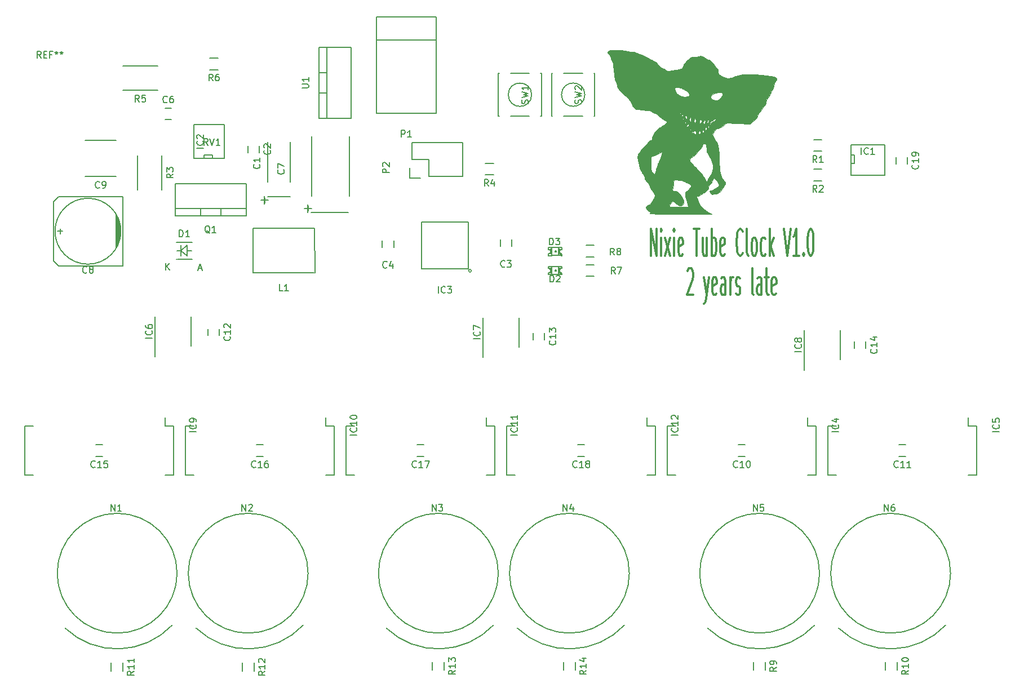
<source format=gbr>
G04 #@! TF.FileFunction,Legend,Top*
%FSLAX46Y46*%
G04 Gerber Fmt 4.6, Leading zero omitted, Abs format (unit mm)*
G04 Created by KiCad (PCBNEW (2015-06-14 BZR 5747, Git dc9ebf3)-product) date 8/2/2015 5:58:45 PM*
%MOMM*%
G01*
G04 APERTURE LIST*
%ADD10C,0.100000*%
%ADD11C,0.300000*%
%ADD12C,0.150000*%
G04 APERTURE END LIST*
D10*
D11*
X140640529Y-91493324D02*
X140640529Y-87493324D01*
X141497672Y-91493324D01*
X141497672Y-87493324D01*
X142211958Y-91493324D02*
X142211958Y-88826657D01*
X142211958Y-87493324D02*
X142140529Y-87683800D01*
X142211958Y-87874276D01*
X142283386Y-87683800D01*
X142211958Y-87493324D01*
X142211958Y-87874276D01*
X142783387Y-91493324D02*
X143569101Y-88826657D01*
X142783387Y-88826657D02*
X143569101Y-91493324D01*
X144140530Y-91493324D02*
X144140530Y-88826657D01*
X144140530Y-87493324D02*
X144069101Y-87683800D01*
X144140530Y-87874276D01*
X144211958Y-87683800D01*
X144140530Y-87493324D01*
X144140530Y-87874276D01*
X145426244Y-91302848D02*
X145283387Y-91493324D01*
X144997673Y-91493324D01*
X144854816Y-91302848D01*
X144783387Y-90921895D01*
X144783387Y-89398086D01*
X144854816Y-89017133D01*
X144997673Y-88826657D01*
X145283387Y-88826657D01*
X145426244Y-89017133D01*
X145497673Y-89398086D01*
X145497673Y-89779038D01*
X144783387Y-90159990D01*
X147069101Y-87493324D02*
X147926244Y-87493324D01*
X147497673Y-91493324D02*
X147497673Y-87493324D01*
X149069101Y-88826657D02*
X149069101Y-91493324D01*
X148426244Y-88826657D02*
X148426244Y-90921895D01*
X148497672Y-91302848D01*
X148640530Y-91493324D01*
X148854815Y-91493324D01*
X148997672Y-91302848D01*
X149069101Y-91112371D01*
X149783387Y-91493324D02*
X149783387Y-87493324D01*
X149783387Y-89017133D02*
X149926244Y-88826657D01*
X150211958Y-88826657D01*
X150354815Y-89017133D01*
X150426244Y-89207610D01*
X150497673Y-89588562D01*
X150497673Y-90731419D01*
X150426244Y-91112371D01*
X150354815Y-91302848D01*
X150211958Y-91493324D01*
X149926244Y-91493324D01*
X149783387Y-91302848D01*
X151711958Y-91302848D02*
X151569101Y-91493324D01*
X151283387Y-91493324D01*
X151140530Y-91302848D01*
X151069101Y-90921895D01*
X151069101Y-89398086D01*
X151140530Y-89017133D01*
X151283387Y-88826657D01*
X151569101Y-88826657D01*
X151711958Y-89017133D01*
X151783387Y-89398086D01*
X151783387Y-89779038D01*
X151069101Y-90159990D01*
X154426244Y-91112371D02*
X154354815Y-91302848D01*
X154140529Y-91493324D01*
X153997672Y-91493324D01*
X153783387Y-91302848D01*
X153640529Y-90921895D01*
X153569101Y-90540943D01*
X153497672Y-89779038D01*
X153497672Y-89207610D01*
X153569101Y-88445705D01*
X153640529Y-88064752D01*
X153783387Y-87683800D01*
X153997672Y-87493324D01*
X154140529Y-87493324D01*
X154354815Y-87683800D01*
X154426244Y-87874276D01*
X155283387Y-91493324D02*
X155140529Y-91302848D01*
X155069101Y-90921895D01*
X155069101Y-87493324D01*
X156069101Y-91493324D02*
X155926243Y-91302848D01*
X155854815Y-91112371D01*
X155783386Y-90731419D01*
X155783386Y-89588562D01*
X155854815Y-89207610D01*
X155926243Y-89017133D01*
X156069101Y-88826657D01*
X156283386Y-88826657D01*
X156426243Y-89017133D01*
X156497672Y-89207610D01*
X156569101Y-89588562D01*
X156569101Y-90731419D01*
X156497672Y-91112371D01*
X156426243Y-91302848D01*
X156283386Y-91493324D01*
X156069101Y-91493324D01*
X157854815Y-91302848D02*
X157711958Y-91493324D01*
X157426244Y-91493324D01*
X157283386Y-91302848D01*
X157211958Y-91112371D01*
X157140529Y-90731419D01*
X157140529Y-89588562D01*
X157211958Y-89207610D01*
X157283386Y-89017133D01*
X157426244Y-88826657D01*
X157711958Y-88826657D01*
X157854815Y-89017133D01*
X158497672Y-91493324D02*
X158497672Y-87493324D01*
X158640529Y-89969514D02*
X159069100Y-91493324D01*
X159069100Y-88826657D02*
X158497672Y-90350467D01*
X160640529Y-87493324D02*
X161140529Y-91493324D01*
X161640529Y-87493324D01*
X162926243Y-91493324D02*
X162069100Y-91493324D01*
X162497672Y-91493324D02*
X162497672Y-87493324D01*
X162354815Y-88064752D01*
X162211957Y-88445705D01*
X162069100Y-88636181D01*
X163569100Y-91112371D02*
X163640528Y-91302848D01*
X163569100Y-91493324D01*
X163497671Y-91302848D01*
X163569100Y-91112371D01*
X163569100Y-91493324D01*
X164569100Y-87493324D02*
X164711957Y-87493324D01*
X164854814Y-87683800D01*
X164926243Y-87874276D01*
X164997672Y-88255229D01*
X165069100Y-89017133D01*
X165069100Y-89969514D01*
X164997672Y-90731419D01*
X164926243Y-91112371D01*
X164854814Y-91302848D01*
X164711957Y-91493324D01*
X164569100Y-91493324D01*
X164426243Y-91302848D01*
X164354814Y-91112371D01*
X164283386Y-90731419D01*
X164211957Y-89969514D01*
X164211957Y-89017133D01*
X164283386Y-88255229D01*
X164354814Y-87874276D01*
X164426243Y-87683800D01*
X164569100Y-87493324D01*
X146140529Y-93774276D02*
X146211958Y-93583800D01*
X146354815Y-93393324D01*
X146711958Y-93393324D01*
X146854815Y-93583800D01*
X146926244Y-93774276D01*
X146997672Y-94155229D01*
X146997672Y-94536181D01*
X146926244Y-95107610D01*
X146069101Y-97393324D01*
X146997672Y-97393324D01*
X148640529Y-94726657D02*
X148997672Y-97393324D01*
X149354814Y-94726657D02*
X148997672Y-97393324D01*
X148854814Y-98345705D01*
X148783386Y-98536181D01*
X148640529Y-98726657D01*
X150497671Y-97202848D02*
X150354814Y-97393324D01*
X150069100Y-97393324D01*
X149926243Y-97202848D01*
X149854814Y-96821895D01*
X149854814Y-95298086D01*
X149926243Y-94917133D01*
X150069100Y-94726657D01*
X150354814Y-94726657D01*
X150497671Y-94917133D01*
X150569100Y-95298086D01*
X150569100Y-95679038D01*
X149854814Y-96059990D01*
X151854814Y-97393324D02*
X151854814Y-95298086D01*
X151783385Y-94917133D01*
X151640528Y-94726657D01*
X151354814Y-94726657D01*
X151211957Y-94917133D01*
X151854814Y-97202848D02*
X151711957Y-97393324D01*
X151354814Y-97393324D01*
X151211957Y-97202848D01*
X151140528Y-96821895D01*
X151140528Y-96440943D01*
X151211957Y-96059990D01*
X151354814Y-95869514D01*
X151711957Y-95869514D01*
X151854814Y-95679038D01*
X152569100Y-97393324D02*
X152569100Y-94726657D01*
X152569100Y-95488562D02*
X152640528Y-95107610D01*
X152711957Y-94917133D01*
X152854814Y-94726657D01*
X152997671Y-94726657D01*
X153426242Y-97202848D02*
X153569099Y-97393324D01*
X153854814Y-97393324D01*
X153997671Y-97202848D01*
X154069099Y-96821895D01*
X154069099Y-96631419D01*
X153997671Y-96250467D01*
X153854814Y-96059990D01*
X153640528Y-96059990D01*
X153497671Y-95869514D01*
X153426242Y-95488562D01*
X153426242Y-95298086D01*
X153497671Y-94917133D01*
X153640528Y-94726657D01*
X153854814Y-94726657D01*
X153997671Y-94917133D01*
X156069100Y-97393324D02*
X155926242Y-97202848D01*
X155854814Y-96821895D01*
X155854814Y-93393324D01*
X157283385Y-97393324D02*
X157283385Y-95298086D01*
X157211956Y-94917133D01*
X157069099Y-94726657D01*
X156783385Y-94726657D01*
X156640528Y-94917133D01*
X157283385Y-97202848D02*
X157140528Y-97393324D01*
X156783385Y-97393324D01*
X156640528Y-97202848D01*
X156569099Y-96821895D01*
X156569099Y-96440943D01*
X156640528Y-96059990D01*
X156783385Y-95869514D01*
X157140528Y-95869514D01*
X157283385Y-95679038D01*
X157783385Y-94726657D02*
X158354814Y-94726657D01*
X157997671Y-93393324D02*
X157997671Y-96821895D01*
X158069099Y-97202848D01*
X158211957Y-97393324D01*
X158354814Y-97393324D01*
X159426242Y-97202848D02*
X159283385Y-97393324D01*
X158997671Y-97393324D01*
X158854814Y-97202848D01*
X158783385Y-96821895D01*
X158783385Y-95298086D01*
X158854814Y-94917133D01*
X158997671Y-94726657D01*
X159283385Y-94726657D01*
X159426242Y-94917133D01*
X159497671Y-95298086D01*
X159497671Y-95679038D01*
X158783385Y-96059990D01*
D12*
X81812500Y-76001500D02*
X81812500Y-75001500D01*
X80112500Y-75001500D02*
X80112500Y-76001500D01*
X119722000Y-90098500D02*
X119722000Y-89098500D01*
X118022000Y-89098500D02*
X118022000Y-90098500D01*
X102005500Y-90225500D02*
X102005500Y-89225500D01*
X100305500Y-89225500D02*
X100305500Y-90225500D01*
X68635500Y-69317500D02*
X67635500Y-69317500D01*
X67635500Y-71017500D02*
X68635500Y-71017500D01*
X153805000Y-121627000D02*
X154805000Y-121627000D01*
X154805000Y-119927000D02*
X153805000Y-119927000D01*
X177935000Y-121627000D02*
X178935000Y-121627000D01*
X178935000Y-119927000D02*
X177935000Y-119927000D01*
X75780000Y-103497000D02*
X75780000Y-102497000D01*
X74080000Y-102497000D02*
X74080000Y-103497000D01*
X124675000Y-104132000D02*
X124675000Y-103132000D01*
X122975000Y-103132000D02*
X122975000Y-104132000D01*
X172935000Y-105402000D02*
X172935000Y-104402000D01*
X171235000Y-104402000D02*
X171235000Y-105402000D01*
X57285000Y-121627000D02*
X58285000Y-121627000D01*
X58285000Y-119927000D02*
X57285000Y-119927000D01*
X81415000Y-121627000D02*
X82415000Y-121627000D01*
X82415000Y-119927000D02*
X81415000Y-119927000D01*
X105545000Y-121627000D02*
X106545000Y-121627000D01*
X106545000Y-119927000D02*
X105545000Y-119927000D01*
X129675000Y-121627000D02*
X130675000Y-121627000D01*
X130675000Y-119927000D02*
X129675000Y-119927000D01*
X126735840Y-93426280D02*
X126735840Y-93101160D01*
X126735840Y-93101160D02*
X127236220Y-93101160D01*
X127236220Y-93426280D02*
X127236220Y-93101160D01*
X126735840Y-93426280D02*
X127236220Y-93426280D01*
X126735840Y-94048580D02*
X126735840Y-93898720D01*
X126735840Y-93898720D02*
X126987300Y-93898720D01*
X126987300Y-94048580D02*
X126987300Y-93898720D01*
X126735840Y-94048580D02*
X126987300Y-94048580D01*
X126735840Y-93553280D02*
X126735840Y-93403420D01*
X126735840Y-93403420D02*
X126987300Y-93403420D01*
X126987300Y-93553280D02*
X126987300Y-93403420D01*
X126735840Y-93553280D02*
X126987300Y-93553280D01*
X126735840Y-93924120D02*
X126735840Y-93527880D01*
X126735840Y-93527880D02*
X126911100Y-93527880D01*
X126911100Y-93924120D02*
X126911100Y-93527880D01*
X126735840Y-93924120D02*
X126911100Y-93924120D01*
X125239780Y-93426280D02*
X125239780Y-93101160D01*
X125239780Y-93101160D02*
X125740160Y-93101160D01*
X125740160Y-93426280D02*
X125740160Y-93101160D01*
X125239780Y-93426280D02*
X125740160Y-93426280D01*
X125239780Y-94350840D02*
X125239780Y-94025720D01*
X125239780Y-94025720D02*
X125740160Y-94025720D01*
X125740160Y-94350840D02*
X125740160Y-94025720D01*
X125239780Y-94350840D02*
X125740160Y-94350840D01*
X125488700Y-93553280D02*
X125488700Y-93403420D01*
X125488700Y-93403420D02*
X125740160Y-93403420D01*
X125740160Y-93553280D02*
X125740160Y-93403420D01*
X125488700Y-93553280D02*
X125740160Y-93553280D01*
X125488700Y-94048580D02*
X125488700Y-93898720D01*
X125488700Y-93898720D02*
X125740160Y-93898720D01*
X125740160Y-94048580D02*
X125740160Y-93898720D01*
X125488700Y-94048580D02*
X125740160Y-94048580D01*
X125564900Y-93924120D02*
X125564900Y-93527880D01*
X125564900Y-93527880D02*
X125740160Y-93527880D01*
X125740160Y-93924120D02*
X125740160Y-93527880D01*
X125564900Y-93924120D02*
X125740160Y-93924120D01*
X126238000Y-93825060D02*
X126238000Y-93626940D01*
X126238000Y-93626940D02*
X126436120Y-93626940D01*
X126436120Y-93825060D02*
X126436120Y-93626940D01*
X126238000Y-93825060D02*
X126436120Y-93825060D01*
X126735840Y-94325440D02*
X126735840Y-94025720D01*
X126735840Y-94025720D02*
X127035560Y-94025720D01*
X127035560Y-94325440D02*
X127035560Y-94025720D01*
X126735840Y-94325440D02*
X127035560Y-94325440D01*
X127162560Y-94350840D02*
X127162560Y-94124780D01*
X127162560Y-94124780D02*
X127236220Y-94124780D01*
X127236220Y-94350840D02*
X127236220Y-94124780D01*
X127162560Y-94350840D02*
X127236220Y-94350840D01*
X126761240Y-93151960D02*
X125714760Y-93151960D01*
X125740160Y-94300040D02*
X127162560Y-94300040D01*
X127158202Y-94175580D02*
G75*
G03X127158202Y-94175580I-71842J0D01*
G01*
X127236220Y-94073980D02*
G75*
G02X127236220Y-93378020I0J347980D01*
G01*
X125239780Y-93378020D02*
G75*
G02X125239780Y-94073980I0J-347980D01*
G01*
X126735840Y-90568780D02*
X126735840Y-90243660D01*
X126735840Y-90243660D02*
X127236220Y-90243660D01*
X127236220Y-90568780D02*
X127236220Y-90243660D01*
X126735840Y-90568780D02*
X127236220Y-90568780D01*
X126735840Y-91191080D02*
X126735840Y-91041220D01*
X126735840Y-91041220D02*
X126987300Y-91041220D01*
X126987300Y-91191080D02*
X126987300Y-91041220D01*
X126735840Y-91191080D02*
X126987300Y-91191080D01*
X126735840Y-90695780D02*
X126735840Y-90545920D01*
X126735840Y-90545920D02*
X126987300Y-90545920D01*
X126987300Y-90695780D02*
X126987300Y-90545920D01*
X126735840Y-90695780D02*
X126987300Y-90695780D01*
X126735840Y-91066620D02*
X126735840Y-90670380D01*
X126735840Y-90670380D02*
X126911100Y-90670380D01*
X126911100Y-91066620D02*
X126911100Y-90670380D01*
X126735840Y-91066620D02*
X126911100Y-91066620D01*
X125239780Y-90568780D02*
X125239780Y-90243660D01*
X125239780Y-90243660D02*
X125740160Y-90243660D01*
X125740160Y-90568780D02*
X125740160Y-90243660D01*
X125239780Y-90568780D02*
X125740160Y-90568780D01*
X125239780Y-91493340D02*
X125239780Y-91168220D01*
X125239780Y-91168220D02*
X125740160Y-91168220D01*
X125740160Y-91493340D02*
X125740160Y-91168220D01*
X125239780Y-91493340D02*
X125740160Y-91493340D01*
X125488700Y-90695780D02*
X125488700Y-90545920D01*
X125488700Y-90545920D02*
X125740160Y-90545920D01*
X125740160Y-90695780D02*
X125740160Y-90545920D01*
X125488700Y-90695780D02*
X125740160Y-90695780D01*
X125488700Y-91191080D02*
X125488700Y-91041220D01*
X125488700Y-91041220D02*
X125740160Y-91041220D01*
X125740160Y-91191080D02*
X125740160Y-91041220D01*
X125488700Y-91191080D02*
X125740160Y-91191080D01*
X125564900Y-91066620D02*
X125564900Y-90670380D01*
X125564900Y-90670380D02*
X125740160Y-90670380D01*
X125740160Y-91066620D02*
X125740160Y-90670380D01*
X125564900Y-91066620D02*
X125740160Y-91066620D01*
X126238000Y-90967560D02*
X126238000Y-90769440D01*
X126238000Y-90769440D02*
X126436120Y-90769440D01*
X126436120Y-90967560D02*
X126436120Y-90769440D01*
X126238000Y-90967560D02*
X126436120Y-90967560D01*
X126735840Y-91467940D02*
X126735840Y-91168220D01*
X126735840Y-91168220D02*
X127035560Y-91168220D01*
X127035560Y-91467940D02*
X127035560Y-91168220D01*
X126735840Y-91467940D02*
X127035560Y-91467940D01*
X127162560Y-91493340D02*
X127162560Y-91267280D01*
X127162560Y-91267280D02*
X127236220Y-91267280D01*
X127236220Y-91493340D02*
X127236220Y-91267280D01*
X127162560Y-91493340D02*
X127236220Y-91493340D01*
X126761240Y-90294460D02*
X125714760Y-90294460D01*
X125740160Y-91442540D02*
X127162560Y-91442540D01*
X127158202Y-91318080D02*
G75*
G03X127158202Y-91318080I-71842J0D01*
G01*
X127236220Y-91216480D02*
G75*
G02X127236220Y-90520520I0J347980D01*
G01*
X125239780Y-90520520D02*
G75*
G02X125239780Y-91216480I0J-347980D01*
G01*
X170688000Y-74803000D02*
X175768000Y-74803000D01*
X175768000Y-74803000D02*
X175768000Y-79375000D01*
X175768000Y-79375000D02*
X170688000Y-79375000D01*
X170688000Y-79375000D02*
X170688000Y-74803000D01*
X170688000Y-76327000D02*
X171196000Y-76327000D01*
X171196000Y-76327000D02*
X171196000Y-77597000D01*
X171196000Y-77597000D02*
X170688000Y-77597000D01*
X71945500Y-76898500D02*
X71945500Y-71818500D01*
X71945500Y-71818500D02*
X76517500Y-71818500D01*
X76517500Y-71818500D02*
X76517500Y-76898500D01*
X76517500Y-76898500D02*
X71945500Y-76898500D01*
X73469500Y-76898500D02*
X73469500Y-76390500D01*
X73469500Y-76390500D02*
X74739500Y-76390500D01*
X74739500Y-76390500D02*
X74739500Y-76898500D01*
X165490000Y-117102000D02*
X164220000Y-117102000D01*
X165490000Y-124452000D02*
X164220000Y-124452000D01*
X143120000Y-124452000D02*
X144390000Y-124452000D01*
X143120000Y-117102000D02*
X144390000Y-117102000D01*
X165490000Y-117102000D02*
X165490000Y-124452000D01*
X143120000Y-117102000D02*
X143120000Y-124452000D01*
X164220000Y-117102000D02*
X164220000Y-115817000D01*
X189620000Y-117102000D02*
X188350000Y-117102000D01*
X189620000Y-124452000D02*
X188350000Y-124452000D01*
X167250000Y-124452000D02*
X168520000Y-124452000D01*
X167250000Y-117102000D02*
X168520000Y-117102000D01*
X189620000Y-117102000D02*
X189620000Y-124452000D01*
X167250000Y-117102000D02*
X167250000Y-124452000D01*
X188350000Y-117102000D02*
X188350000Y-115817000D01*
X71559000Y-105070000D02*
X71559000Y-100670000D01*
X66109000Y-106645000D02*
X66109000Y-100670000D01*
X120835000Y-105197000D02*
X120835000Y-100797000D01*
X115385000Y-106772000D02*
X115385000Y-100797000D01*
X169095000Y-107102000D02*
X169095000Y-102702000D01*
X163645000Y-108677000D02*
X163645000Y-102702000D01*
X68970000Y-117102000D02*
X67700000Y-117102000D01*
X68970000Y-124452000D02*
X67700000Y-124452000D01*
X46600000Y-124452000D02*
X47870000Y-124452000D01*
X46600000Y-117102000D02*
X47870000Y-117102000D01*
X68970000Y-117102000D02*
X68970000Y-124452000D01*
X46600000Y-117102000D02*
X46600000Y-124452000D01*
X67700000Y-117102000D02*
X67700000Y-115817000D01*
X93100000Y-117102000D02*
X91830000Y-117102000D01*
X93100000Y-124452000D02*
X91830000Y-124452000D01*
X70730000Y-124452000D02*
X72000000Y-124452000D01*
X70730000Y-117102000D02*
X72000000Y-117102000D01*
X93100000Y-117102000D02*
X93100000Y-124452000D01*
X70730000Y-117102000D02*
X70730000Y-124452000D01*
X91830000Y-117102000D02*
X91830000Y-115817000D01*
X117230000Y-117102000D02*
X115960000Y-117102000D01*
X117230000Y-124452000D02*
X115960000Y-124452000D01*
X94860000Y-124452000D02*
X96130000Y-124452000D01*
X94860000Y-117102000D02*
X96130000Y-117102000D01*
X117230000Y-117102000D02*
X117230000Y-124452000D01*
X94860000Y-117102000D02*
X94860000Y-124452000D01*
X115960000Y-117102000D02*
X115960000Y-115817000D01*
X141360000Y-117102000D02*
X140090000Y-117102000D01*
X141360000Y-124452000D02*
X140090000Y-124452000D01*
X118990000Y-124452000D02*
X120260000Y-124452000D01*
X118990000Y-117102000D02*
X120260000Y-117102000D01*
X141360000Y-117102000D02*
X141360000Y-124452000D01*
X118990000Y-117102000D02*
X118990000Y-124452000D01*
X140090000Y-117102000D02*
X140090000Y-115817000D01*
X165135000Y-74055000D02*
X166335000Y-74055000D01*
X166335000Y-75805000D02*
X165135000Y-75805000D01*
X165135000Y-78500000D02*
X166335000Y-78500000D01*
X166335000Y-80250000D02*
X165135000Y-80250000D01*
X132108500Y-94601000D02*
X130908500Y-94601000D01*
X130908500Y-92851000D02*
X132108500Y-92851000D01*
X132108500Y-91680000D02*
X130908500Y-91680000D01*
X130908500Y-89930000D02*
X132108500Y-89930000D01*
X156097000Y-153762000D02*
X156097000Y-152562000D01*
X157847000Y-152562000D02*
X157847000Y-153762000D01*
X175909000Y-153762000D02*
X175909000Y-152562000D01*
X177659000Y-152562000D02*
X177659000Y-153762000D01*
X59577000Y-153889000D02*
X59577000Y-152689000D01*
X61327000Y-152689000D02*
X61327000Y-153889000D01*
X79262000Y-153889000D02*
X79262000Y-152689000D01*
X81012000Y-152689000D02*
X81012000Y-153889000D01*
X107837000Y-153762000D02*
X107837000Y-152562000D01*
X109587000Y-152562000D02*
X109587000Y-153762000D01*
X127522000Y-153762000D02*
X127522000Y-152562000D01*
X129272000Y-152562000D02*
X129272000Y-153762000D01*
X52650000Y-147467000D02*
G75*
G03X68720000Y-147017000I7810000J8260000D01*
G01*
X69460000Y-139207000D02*
G75*
G03X69460000Y-139207000I-9000000J0D01*
G01*
X72335000Y-147467000D02*
G75*
G03X88405000Y-147017000I7810000J8260000D01*
G01*
X89145000Y-139207000D02*
G75*
G03X89145000Y-139207000I-9000000J0D01*
G01*
X100910000Y-147467000D02*
G75*
G03X116980000Y-147017000I7810000J8260000D01*
G01*
X117720000Y-139207000D02*
G75*
G03X117720000Y-139207000I-9000000J0D01*
G01*
X120595000Y-147467000D02*
G75*
G03X136665000Y-147017000I7810000J8260000D01*
G01*
X137405000Y-139207000D02*
G75*
G03X137405000Y-139207000I-9000000J0D01*
G01*
X149170000Y-147467000D02*
G75*
G03X165240000Y-147017000I7810000J8260000D01*
G01*
X165980000Y-139207000D02*
G75*
G03X165980000Y-139207000I-9000000J0D01*
G01*
X168855000Y-147467000D02*
G75*
G03X184925000Y-147017000I7810000J8260000D01*
G01*
X185665000Y-139207000D02*
G75*
G03X185665000Y-139207000I-9000000J0D01*
G01*
X108386880Y-59118500D02*
X99385120Y-59118500D01*
X108386880Y-55618380D02*
X99385120Y-55618380D01*
X99385120Y-55618380D02*
X99385120Y-70119240D01*
X99385120Y-70119240D02*
X108386880Y-70119240D01*
X108386880Y-70119240D02*
X108386880Y-55618380D01*
X107251500Y-79565500D02*
X112331500Y-79565500D01*
X104431500Y-79845500D02*
X104431500Y-78295500D01*
X104711500Y-77025500D02*
X107251500Y-77025500D01*
X107251500Y-77025500D02*
X107251500Y-79565500D01*
X112331500Y-79565500D02*
X112331500Y-74485500D01*
X112331500Y-74485500D02*
X107251500Y-74485500D01*
X104431500Y-79845500D02*
X105981500Y-79845500D01*
X104711500Y-74485500D02*
X104711500Y-77025500D01*
X107251500Y-74485500D02*
X104711500Y-74485500D01*
X63516500Y-81657500D02*
X63516500Y-76457500D01*
X67166500Y-76457500D02*
X67166500Y-81657500D01*
X61344500Y-63008500D02*
X66544500Y-63008500D01*
X66544500Y-66658500D02*
X61344500Y-66658500D01*
X74393500Y-61799500D02*
X75593500Y-61799500D01*
X75593500Y-63549500D02*
X74393500Y-63549500D01*
X179158000Y-77716000D02*
X179158000Y-76716000D01*
X177458000Y-76716000D02*
X177458000Y-77716000D01*
X113664469Y-93759500D02*
G75*
G03X113664469Y-93759500I-196469J0D01*
G01*
X113228000Y-93479500D02*
X106228000Y-93479500D01*
X106228000Y-93479500D02*
X106228000Y-86479500D01*
X106228000Y-86479500D02*
X113228000Y-86479500D01*
X113228000Y-86479500D02*
X113228000Y-93479500D01*
X83073240Y-82656680D02*
X86471760Y-82656680D01*
X86471760Y-74406760D02*
X86471760Y-80406240D01*
X83073240Y-74406760D02*
X83073240Y-80406240D01*
X82069940Y-83159600D02*
X83169760Y-83159600D01*
X82570320Y-83759040D02*
X82570320Y-82560160D01*
X89618820Y-85041740D02*
X95216980Y-85041740D01*
X95318580Y-82542380D02*
X95318580Y-73540620D01*
X89720420Y-73540620D02*
X89720420Y-82542380D01*
X88618060Y-84394040D02*
X89717880Y-84394040D01*
X89118440Y-84993480D02*
X89118440Y-83794600D01*
X60896500Y-86804500D02*
X60896500Y-88836500D01*
X60769500Y-89217500D02*
X60769500Y-86296500D01*
X60642500Y-86042500D02*
X60642500Y-89598500D01*
X60515500Y-89979500D02*
X60515500Y-85661500D01*
X60388500Y-85407500D02*
X60388500Y-90233500D01*
X60261500Y-90360500D02*
X60261500Y-85280500D01*
X61023500Y-87820500D02*
G75*
G03X61023500Y-87820500I-4953000J0D01*
G01*
X61277500Y-93027500D02*
X61277500Y-82613500D01*
X61277500Y-82613500D02*
X51625500Y-82613500D01*
X51625500Y-82613500D02*
X50863500Y-83375500D01*
X50863500Y-83375500D02*
X50863500Y-92265500D01*
X50863500Y-92265500D02*
X51625500Y-93027500D01*
X51625500Y-93027500D02*
X61277500Y-93027500D01*
X51498500Y-87820500D02*
X52260500Y-87820500D01*
X51879500Y-88201500D02*
X51879500Y-87439500D01*
X70947280Y-90741500D02*
X71648320Y-90741500D01*
X69997320Y-90741500D02*
X69448680Y-90741500D01*
X69997320Y-90741500D02*
X69997320Y-91541600D01*
X69997320Y-90741500D02*
X69997320Y-89941400D01*
X69997320Y-90741500D02*
X70947280Y-89941400D01*
X70947280Y-89941400D02*
X70947280Y-91541600D01*
X70947280Y-91541600D02*
X69997320Y-90741500D01*
X69448680Y-89491820D02*
X69349620Y-89491820D01*
X69448680Y-91991180D02*
X69349620Y-91991180D01*
X71747380Y-89491820D02*
X69397880Y-89491820D01*
X71747380Y-91991180D02*
X69499480Y-91991180D01*
X90014500Y-94091500D02*
X80874500Y-94091500D01*
X80874500Y-94091500D02*
X80874500Y-87341500D01*
X80874500Y-87341500D02*
X90124500Y-87381500D01*
X90124500Y-87381500D02*
X90164500Y-94091500D01*
X76009500Y-85534500D02*
X76009500Y-84391500D01*
X72961500Y-85534500D02*
X72961500Y-84391500D01*
X69151500Y-84391500D02*
X69151500Y-80708500D01*
X69151500Y-80708500D02*
X79819500Y-80708500D01*
X79819500Y-80708500D02*
X79819500Y-84391500D01*
X69151500Y-85534500D02*
X69151500Y-84391500D01*
X69151500Y-84391500D02*
X79819500Y-84391500D01*
X79819500Y-84391500D02*
X79819500Y-85534500D01*
X74485500Y-85534500D02*
X79819500Y-85534500D01*
X74485500Y-85534500D02*
X69151500Y-85534500D01*
X115795500Y-77611000D02*
X116995500Y-77611000D01*
X116995500Y-79361000D02*
X115795500Y-79361000D01*
X122718214Y-67310000D02*
G75*
G03X122718214Y-67310000I-1750714J0D01*
G01*
X124192500Y-70535000D02*
X124067500Y-70535000D01*
X117742500Y-70535000D02*
X117867500Y-70535000D01*
X117742500Y-64085000D02*
X117867500Y-64085000D01*
X124067500Y-64085000D02*
X124192500Y-64085000D01*
X122367500Y-70535000D02*
X119567500Y-70535000D01*
X124192500Y-64085000D02*
X124192500Y-70535000D01*
X122367500Y-64085000D02*
X119567500Y-64085000D01*
X117742500Y-64085000D02*
X117742500Y-70535000D01*
X130719214Y-67310000D02*
G75*
G03X130719214Y-67310000I-1750714J0D01*
G01*
X132193500Y-70535000D02*
X132068500Y-70535000D01*
X125743500Y-70535000D02*
X125868500Y-70535000D01*
X125743500Y-64085000D02*
X125868500Y-64085000D01*
X132068500Y-64085000D02*
X132193500Y-64085000D01*
X130368500Y-70535000D02*
X127568500Y-70535000D01*
X132193500Y-64085000D02*
X132193500Y-70535000D01*
X130368500Y-64085000D02*
X127568500Y-64085000D01*
X125743500Y-64085000D02*
X125743500Y-70535000D01*
X90805000Y-67056000D02*
X91948000Y-67056000D01*
X90805000Y-64008000D02*
X91948000Y-64008000D01*
X91948000Y-60198000D02*
X95631000Y-60198000D01*
X95631000Y-60198000D02*
X95631000Y-70866000D01*
X95631000Y-70866000D02*
X91948000Y-70866000D01*
X90805000Y-60198000D02*
X91948000Y-60198000D01*
X91948000Y-60198000D02*
X91948000Y-70866000D01*
X91948000Y-70866000D02*
X90805000Y-70866000D01*
X90805000Y-65532000D02*
X90805000Y-70866000D01*
X90805000Y-65532000D02*
X90805000Y-60198000D01*
X55675500Y-79623500D02*
X60275500Y-79623500D01*
X60275500Y-74173500D02*
X55675500Y-74173500D01*
D10*
G36*
X159565271Y-65013109D02*
X159440152Y-65211862D01*
X159393466Y-65261066D01*
X159267974Y-65427480D01*
X159224133Y-65554265D01*
X159193048Y-65702073D01*
X159109540Y-65963528D01*
X158988226Y-66296780D01*
X158843724Y-66659978D01*
X158809006Y-66742733D01*
X158723525Y-66948233D01*
X158638997Y-67155491D01*
X158527282Y-67363492D01*
X158352392Y-67621511D01*
X158247455Y-67756878D01*
X158026137Y-68094833D01*
X157954133Y-68373525D01*
X157895214Y-68617806D01*
X157711102Y-68924944D01*
X157588440Y-69084472D01*
X157394146Y-69336050D01*
X157242129Y-69553587D01*
X157167764Y-69684900D01*
X157081998Y-69809725D01*
X157027573Y-69833066D01*
X156952534Y-69902721D01*
X156843917Y-70075058D01*
X156730021Y-70295137D01*
X156639146Y-70508018D01*
X156599590Y-70658759D01*
X156599466Y-70664203D01*
X156538457Y-70783630D01*
X156380657Y-70969985D01*
X156163911Y-71187493D01*
X155926063Y-71400380D01*
X155704957Y-71572873D01*
X155538437Y-71669199D01*
X155535023Y-71670418D01*
X155255843Y-71714489D01*
X154873756Y-71700161D01*
X154778133Y-71688582D01*
X154472600Y-71657604D01*
X154061778Y-71630184D01*
X153609714Y-71610128D01*
X153339800Y-71603113D01*
X152941852Y-71590432D01*
X152592441Y-71569029D01*
X152335186Y-71542170D01*
X152227390Y-71519841D01*
X152060964Y-71506972D01*
X151892762Y-71619389D01*
X151846390Y-71666770D01*
X151640635Y-71857733D01*
X151398515Y-72043655D01*
X151398515Y-67160024D01*
X151360274Y-67040156D01*
X151293941Y-66979638D01*
X151156508Y-66966551D01*
X150904969Y-66988972D01*
X150817371Y-66998940D01*
X150349591Y-67084610D01*
X149982221Y-67214313D01*
X149726182Y-67374223D01*
X149592398Y-67550513D01*
X149591790Y-67729356D01*
X149735281Y-67896926D01*
X150003585Y-68029121D01*
X150303156Y-68115470D01*
X150539477Y-68123977D01*
X150798289Y-68057269D01*
X150808332Y-68053771D01*
X151056575Y-67902118D01*
X151261532Y-67664411D01*
X151386839Y-67395718D01*
X151398515Y-67160024D01*
X151398515Y-72043655D01*
X151391206Y-72049268D01*
X151140939Y-72213285D01*
X150932669Y-72321696D01*
X150809704Y-72346595D01*
X150599800Y-72353721D01*
X150418800Y-72479014D01*
X150418800Y-70953206D01*
X150402230Y-70871590D01*
X150325960Y-70908888D01*
X150263966Y-70962944D01*
X150068185Y-71074516D01*
X149926436Y-71103066D01*
X149766536Y-71165100D01*
X149633803Y-71367877D01*
X149615602Y-71409739D01*
X149524819Y-71633139D01*
X149495482Y-71741881D01*
X149522986Y-71777229D01*
X149574228Y-71780400D01*
X149665164Y-71710302D01*
X149741702Y-71568113D01*
X149822058Y-71418534D01*
X149887773Y-71375275D01*
X150019463Y-71344094D01*
X150193875Y-71230822D01*
X150347939Y-71085587D01*
X150418587Y-70958519D01*
X150418800Y-70953206D01*
X150418800Y-72479014D01*
X150367195Y-72514737D01*
X150127219Y-72818524D01*
X150100640Y-72860812D01*
X149843996Y-73277912D01*
X150046663Y-73677715D01*
X150212486Y-73975992D01*
X150394636Y-74262547D01*
X150463359Y-74358126D01*
X150622677Y-74633868D01*
X150745136Y-75003792D01*
X150833469Y-75484650D01*
X150890412Y-76093190D01*
X150918699Y-76846165D01*
X150922486Y-77170692D01*
X150929276Y-77733272D01*
X150944146Y-78160886D01*
X150970273Y-78487830D01*
X151010831Y-78748399D01*
X151068995Y-78976890D01*
X151098133Y-79067669D01*
X151187127Y-79350605D01*
X151247817Y-79579439D01*
X151265466Y-79686051D01*
X151316711Y-79815562D01*
X151448253Y-80017156D01*
X151561800Y-80162399D01*
X151726357Y-80370352D01*
X151833955Y-80527407D01*
X151858133Y-80581928D01*
X151814152Y-80684976D01*
X151702721Y-80871873D01*
X151633904Y-80976085D01*
X151469429Y-81239418D01*
X151331722Y-81496044D01*
X151302222Y-81561130D01*
X151126985Y-81794835D01*
X150829787Y-82008165D01*
X150457823Y-82172906D01*
X150152471Y-82248525D01*
X149902382Y-82265303D01*
X149724477Y-82199811D01*
X149610885Y-82106368D01*
X149437690Y-81903510D01*
X149420224Y-81766847D01*
X149558436Y-81696620D01*
X149701790Y-81686400D01*
X149936152Y-81651965D01*
X150047944Y-81563495D01*
X150154493Y-81456521D01*
X150353538Y-81355936D01*
X150385426Y-81344776D01*
X150621603Y-81218250D01*
X150789805Y-81039242D01*
X150864572Y-80849524D01*
X150820447Y-80690870D01*
X150797570Y-80668549D01*
X150690624Y-80535581D01*
X150670522Y-80469533D01*
X150617956Y-80351946D01*
X150487919Y-80166187D01*
X150415881Y-80077733D01*
X150258899Y-79901068D01*
X150165166Y-79839565D01*
X150089414Y-79878397D01*
X150028121Y-79950733D01*
X149995466Y-80000802D01*
X149995466Y-78277184D01*
X149944257Y-77877547D01*
X149803540Y-77401861D01*
X149592681Y-76903771D01*
X149386235Y-76535375D01*
X149386235Y-72031474D01*
X149363603Y-71884211D01*
X149339738Y-71831443D01*
X149339738Y-71236471D01*
X149280595Y-71127764D01*
X149159357Y-71138909D01*
X149156177Y-71140840D01*
X149087791Y-71250930D01*
X149066286Y-71416821D01*
X149092421Y-71561730D01*
X149151528Y-71611066D01*
X149245643Y-71541466D01*
X149312015Y-71420566D01*
X149339738Y-71236471D01*
X149339738Y-71831443D01*
X149320285Y-71788431D01*
X149285717Y-71789448D01*
X149247272Y-71887577D01*
X149201430Y-72055566D01*
X149195299Y-72228664D01*
X149255283Y-72293676D01*
X149341418Y-72225831D01*
X149372182Y-72161400D01*
X149386235Y-72031474D01*
X149386235Y-76535375D01*
X149331143Y-76437066D01*
X149163239Y-76154156D01*
X149065711Y-75906548D01*
X149064133Y-75897565D01*
X149064133Y-72367696D01*
X149016824Y-72196484D01*
X148889358Y-72166422D01*
X148856205Y-72181659D01*
X148856205Y-71252878D01*
X148817775Y-71161508D01*
X148695760Y-71130051D01*
X148570428Y-71219424D01*
X148485344Y-71387742D01*
X148471466Y-71494433D01*
X148514073Y-71656541D01*
X148616478Y-71683193D01*
X148740556Y-71577083D01*
X148800596Y-71471186D01*
X148856205Y-71252878D01*
X148856205Y-72181659D01*
X148815798Y-72200232D01*
X148741418Y-72342015D01*
X148759829Y-72498450D01*
X148816123Y-72650516D01*
X148892336Y-72658913D01*
X148940621Y-72624171D01*
X149047202Y-72459313D01*
X149064133Y-72367696D01*
X149064133Y-75897565D01*
X149015113Y-75618540D01*
X148995034Y-75351842D01*
X148972264Y-75029192D01*
X148938933Y-74834640D01*
X148880315Y-74727005D01*
X148781686Y-74665104D01*
X148744114Y-74650061D01*
X148627573Y-74636830D01*
X148627573Y-72748909D01*
X148556056Y-72604468D01*
X148503413Y-72567120D01*
X148412892Y-72604693D01*
X148357987Y-72736456D01*
X148355365Y-72888328D01*
X148410442Y-72980345D01*
X148545221Y-72994700D01*
X148626139Y-72883933D01*
X148627573Y-72748909D01*
X148627573Y-74636830D01*
X148534654Y-74626282D01*
X148415468Y-74745113D01*
X148388096Y-74917784D01*
X148339549Y-75065560D01*
X148302133Y-75130376D01*
X148302133Y-71229745D01*
X148238643Y-71105423D01*
X148099073Y-71072809D01*
X147960202Y-71149333D01*
X147900823Y-71335220D01*
X147918821Y-71504133D01*
X147977751Y-71738066D01*
X148139942Y-71538186D01*
X148256603Y-71361086D01*
X148302133Y-71229745D01*
X148302133Y-75130376D01*
X148220107Y-75272473D01*
X148175133Y-75336400D01*
X148105314Y-75422623D01*
X148105314Y-72854502D01*
X148031496Y-72747282D01*
X147912116Y-72754238D01*
X147836582Y-72825796D01*
X147763656Y-73008050D01*
X147799078Y-73159100D01*
X147924486Y-73219733D01*
X148036298Y-73149100D01*
X148093171Y-73041877D01*
X148105314Y-72854502D01*
X148105314Y-75422623D01*
X148047297Y-75494272D01*
X147971983Y-75557519D01*
X147963466Y-75547939D01*
X147923581Y-75570128D01*
X147820401Y-75705463D01*
X147713390Y-75866909D01*
X147490902Y-76146108D01*
X147410188Y-76222399D01*
X147410188Y-72901585D01*
X147396875Y-72878787D01*
X147396875Y-71086135D01*
X147333481Y-70932590D01*
X147230959Y-70882267D01*
X147191873Y-70897328D01*
X147141187Y-71005551D01*
X147117113Y-71208234D01*
X147116800Y-71235063D01*
X147153894Y-71449320D01*
X147239605Y-71528058D01*
X147335578Y-71463233D01*
X147395756Y-71293566D01*
X147396875Y-71086135D01*
X147396875Y-72878787D01*
X147329229Y-72762946D01*
X147187689Y-72731494D01*
X147049066Y-72813333D01*
X146965717Y-72867403D01*
X146946170Y-72792166D01*
X146931541Y-72714667D01*
X146870311Y-72784856D01*
X146862800Y-72796400D01*
X146785119Y-72964487D01*
X146820604Y-73035928D01*
X146898126Y-73022471D01*
X147027781Y-73045554D01*
X147064802Y-73098079D01*
X147170365Y-73203211D01*
X147309912Y-73202939D01*
X147392297Y-73113900D01*
X147410188Y-72901585D01*
X147410188Y-76222399D01*
X147201524Y-76419632D01*
X147040694Y-76539652D01*
X146701141Y-76805242D01*
X146701141Y-70977197D01*
X146643614Y-70792891D01*
X146538173Y-70686049D01*
X146503767Y-70679733D01*
X146461193Y-70751871D01*
X146441863Y-70921131D01*
X146446673Y-71116785D01*
X146476517Y-71268103D01*
X146495911Y-71300622D01*
X146575831Y-71350667D01*
X146638518Y-71280411D01*
X146684342Y-71167605D01*
X146701141Y-70977197D01*
X146701141Y-76805242D01*
X146692170Y-76812259D01*
X146692170Y-72376090D01*
X146673925Y-72301454D01*
X146592906Y-72353611D01*
X146556448Y-72389132D01*
X146472939Y-72535365D01*
X146482365Y-72627981D01*
X146563436Y-72664068D01*
X146644761Y-72577773D01*
X146690477Y-72412149D01*
X146692170Y-72376090D01*
X146692170Y-76812259D01*
X146690509Y-76813559D01*
X146507521Y-77064438D01*
X146491349Y-77293582D01*
X146641613Y-77502283D01*
X146736487Y-77572731D01*
X146905819Y-77731252D01*
X146989084Y-77874144D01*
X147069790Y-78012299D01*
X147133725Y-78045733D01*
X147224679Y-78104637D01*
X147394764Y-78259594D01*
X147613049Y-78477970D01*
X147848604Y-78727130D01*
X148070497Y-78974441D01*
X148247800Y-79187267D01*
X148343650Y-79322299D01*
X148439146Y-79473076D01*
X148592327Y-79701070D01*
X148704300Y-79862854D01*
X148857414Y-80104807D01*
X148958878Y-80309918D01*
X148983019Y-80399477D01*
X149016583Y-80402815D01*
X149101793Y-80277980D01*
X149221067Y-80051337D01*
X149236298Y-80019675D01*
X149375273Y-79747085D01*
X149498484Y-79538122D01*
X149578419Y-79438848D01*
X149693610Y-79298828D01*
X149812871Y-79048156D01*
X149915773Y-78743731D01*
X149981890Y-78442452D01*
X149995466Y-78277184D01*
X149995466Y-80000802D01*
X149898279Y-80149817D01*
X149774719Y-80392713D01*
X149773626Y-80395233D01*
X149676864Y-80577831D01*
X149594174Y-80668281D01*
X149584587Y-80670400D01*
X149497240Y-80742948D01*
X149395173Y-80922705D01*
X149305663Y-81152833D01*
X149259520Y-81347733D01*
X149185371Y-81512686D01*
X149032187Y-81712125D01*
X148848232Y-81894766D01*
X148681770Y-82009322D01*
X148622098Y-82025066D01*
X148520052Y-82071044D01*
X148333470Y-82188526D01*
X148204030Y-82279066D01*
X147958440Y-82428108D01*
X147731096Y-82519481D01*
X147645371Y-82533066D01*
X147498727Y-82557413D01*
X147486090Y-82651047D01*
X147497095Y-82681233D01*
X147553232Y-82836809D01*
X147640011Y-83094634D01*
X147726525Y-83361180D01*
X147892917Y-83769880D01*
X148079117Y-84013439D01*
X148112664Y-84038513D01*
X148299010Y-84185907D01*
X148529799Y-84397281D01*
X148646818Y-84514519D01*
X148924181Y-84755056D01*
X149250060Y-84973202D01*
X149374159Y-85038805D01*
X149783800Y-85232639D01*
X146692348Y-85235856D01*
X146692348Y-80933728D01*
X146614286Y-80819882D01*
X146437530Y-80725477D01*
X146437530Y-67390190D01*
X146429405Y-67202731D01*
X146271919Y-66983143D01*
X145980618Y-66750966D01*
X145730552Y-66593755D01*
X145530337Y-66483760D01*
X145430285Y-66446400D01*
X145342532Y-66395756D01*
X145338800Y-66375844D01*
X145271063Y-66302237D01*
X145232966Y-66293092D01*
X145092666Y-66276234D01*
X144850185Y-66246529D01*
X144684057Y-66226012D01*
X144376997Y-66209800D01*
X144214176Y-66268149D01*
X144180341Y-66418737D01*
X144260235Y-66679244D01*
X144270878Y-66704875D01*
X144517231Y-67101646D01*
X144863122Y-67404198D01*
X145272508Y-67597761D01*
X145709348Y-67667561D01*
X146137598Y-67598828D01*
X146291300Y-67532943D01*
X146437530Y-67390190D01*
X146437530Y-80725477D01*
X146401637Y-80706307D01*
X146349603Y-80684232D01*
X146349603Y-71786137D01*
X146331157Y-71728535D01*
X146234966Y-71730557D01*
X146105717Y-71820707D01*
X146100800Y-71826588D01*
X146100800Y-70776336D01*
X146046237Y-70598244D01*
X145922074Y-70459041D01*
X145829866Y-70425733D01*
X145773194Y-70493788D01*
X145766232Y-70649366D01*
X145804426Y-70819590D01*
X145860353Y-70913420D01*
X145993730Y-70974812D01*
X146083623Y-70888728D01*
X146100800Y-70776336D01*
X146100800Y-71826588D01*
X146002028Y-71944743D01*
X145982519Y-72048422D01*
X145983555Y-72050184D01*
X146091243Y-72101506D01*
X146231146Y-72019830D01*
X146303423Y-71927588D01*
X146349603Y-71786137D01*
X146349603Y-80684232D01*
X146227800Y-80632559D01*
X145957272Y-80507597D01*
X145931466Y-80493465D01*
X145931466Y-71389033D01*
X145917178Y-71240024D01*
X145856005Y-71234013D01*
X145804466Y-71272400D01*
X145696875Y-71416547D01*
X145677466Y-71494433D01*
X145745463Y-71597628D01*
X145804466Y-71611066D01*
X145906269Y-71536921D01*
X145931466Y-71389033D01*
X145931466Y-80493465D01*
X145717070Y-80376064D01*
X145677466Y-80350753D01*
X145592800Y-80309920D01*
X145592800Y-70928736D01*
X145560206Y-70811666D01*
X145508133Y-70806733D01*
X145459293Y-70883532D01*
X145459293Y-70335371D01*
X145409375Y-70225504D01*
X145331568Y-70218535D01*
X145269378Y-70323231D01*
X145257884Y-70472620D01*
X145297499Y-70581710D01*
X145329741Y-70595066D01*
X145424367Y-70528554D01*
X145444269Y-70489233D01*
X145459293Y-70335371D01*
X145459293Y-70883532D01*
X145430229Y-70929235D01*
X145423466Y-70981063D01*
X145470805Y-71090490D01*
X145508133Y-71103066D01*
X145576258Y-71031940D01*
X145592800Y-70928736D01*
X145592800Y-80309920D01*
X145447378Y-80239787D01*
X145254133Y-80194450D01*
X145169466Y-80186468D01*
X145169466Y-70129400D01*
X145140484Y-69970285D01*
X145084800Y-69917733D01*
X145018612Y-69985244D01*
X145001988Y-70130215D01*
X145041568Y-70266304D01*
X145056577Y-70284622D01*
X145133951Y-70334856D01*
X145165315Y-70256606D01*
X145169466Y-70129400D01*
X145169466Y-80186468D01*
X145050319Y-80175237D01*
X144758690Y-80142013D01*
X144568563Y-80118239D01*
X144094659Y-80056712D01*
X144044202Y-80511722D01*
X144001766Y-80868618D01*
X143953810Y-81236087D01*
X143935706Y-81364459D01*
X143908100Y-81605716D01*
X143925040Y-81723537D01*
X143997325Y-81760423D01*
X144036733Y-81762079D01*
X144395231Y-81794702D01*
X144670645Y-81913001D01*
X144916644Y-82146789D01*
X145052439Y-82326282D01*
X145352944Y-82808411D01*
X145529155Y-83221642D01*
X145578088Y-83555074D01*
X145496755Y-83797805D01*
X145465298Y-83833805D01*
X145199205Y-84004715D01*
X144912257Y-84008781D01*
X144607694Y-83846768D01*
X144324692Y-83563824D01*
X144142930Y-83376070D01*
X143990450Y-83274550D01*
X143931856Y-83268264D01*
X143845888Y-83350435D01*
X143706947Y-83526849D01*
X143549897Y-83747450D01*
X143409607Y-83962184D01*
X143320941Y-84120994D01*
X143306800Y-84165613D01*
X143386898Y-84172515D01*
X143608923Y-84178317D01*
X143945469Y-84182644D01*
X144369131Y-84185118D01*
X144755216Y-84185508D01*
X146203633Y-84184066D01*
X146155144Y-83772935D01*
X146110970Y-83511422D01*
X146054120Y-83316104D01*
X146026564Y-83264935D01*
X145956127Y-83112166D01*
X145884712Y-82854067D01*
X145823615Y-82550811D01*
X145784132Y-82262570D01*
X145777561Y-82049515D01*
X145788115Y-81994814D01*
X145904803Y-81857035D01*
X146046325Y-81775682D01*
X146209377Y-81662426D01*
X146402110Y-81458132D01*
X146507841Y-81316407D01*
X146651604Y-81086389D01*
X146692348Y-80933728D01*
X146692348Y-85235856D01*
X145095599Y-85237519D01*
X144069676Y-85238056D01*
X143201215Y-85237169D01*
X142478347Y-85234572D01*
X142337213Y-85233472D01*
X142337213Y-76045738D01*
X142331752Y-75926832D01*
X142229492Y-75908763D01*
X142034634Y-76018298D01*
X142008016Y-76038016D01*
X141785041Y-76173494D01*
X141473512Y-76323096D01*
X141190133Y-76436039D01*
X140639800Y-76631966D01*
X140651993Y-77695692D01*
X140665285Y-78200879D01*
X140691453Y-78555189D01*
X140729821Y-78751633D01*
X140757826Y-78790631D01*
X140845372Y-78890629D01*
X140851466Y-78931461D01*
X140903722Y-79026141D01*
X141022958Y-79151303D01*
X141152878Y-79255929D01*
X141237184Y-79288996D01*
X141241912Y-79285311D01*
X141265495Y-79203811D01*
X141320955Y-78994980D01*
X141398595Y-78695635D01*
X141445796Y-78511400D01*
X141554340Y-78133045D01*
X141675784Y-77782522D01*
X141789330Y-77517830D01*
X141825299Y-77453066D01*
X141951989Y-77212862D01*
X142081222Y-76907737D01*
X142198302Y-76581982D01*
X142288531Y-76279886D01*
X142337213Y-76045738D01*
X142337213Y-85233472D01*
X141889206Y-85229981D01*
X141421922Y-85223111D01*
X141064628Y-85213678D01*
X140805455Y-85201395D01*
X140632538Y-85185979D01*
X140534006Y-85167144D01*
X140497992Y-85144606D01*
X140502947Y-85127271D01*
X140532226Y-85035184D01*
X140451873Y-84924320D01*
X140259314Y-84777089D01*
X140034663Y-84592870D01*
X139934500Y-84422104D01*
X139920133Y-84304352D01*
X139995613Y-84064812D01*
X140185336Y-83880153D01*
X140434223Y-83803162D01*
X140443191Y-83803066D01*
X140568368Y-83728419D01*
X140744371Y-83517060D01*
X140933198Y-83225216D01*
X141144310Y-82814839D01*
X141229635Y-82483003D01*
X141189214Y-82194926D01*
X141023090Y-81915831D01*
X140934857Y-81813400D01*
X140760766Y-81580328D01*
X140586530Y-81280388D01*
X140519241Y-81139028D01*
X140406060Y-80896017D01*
X140311253Y-80723411D01*
X140272199Y-80673362D01*
X140131800Y-80531731D01*
X139973414Y-80313561D01*
X139835655Y-80079927D01*
X139757139Y-79891900D01*
X139750800Y-79848723D01*
X139704748Y-79674874D01*
X139589442Y-79445160D01*
X139539133Y-79366121D01*
X139410879Y-79166203D01*
X139335682Y-79027863D01*
X139327466Y-79001140D01*
X139278320Y-78901235D01*
X139211413Y-78814400D01*
X139095879Y-78615593D01*
X138971807Y-78296381D01*
X138853154Y-77904191D01*
X138753872Y-77486449D01*
X138687917Y-77090584D01*
X138678519Y-77003265D01*
X138655387Y-76691670D01*
X138668975Y-76478259D01*
X138736175Y-76293045D01*
X138873882Y-76066045D01*
X138922412Y-75992904D01*
X139149462Y-75676959D01*
X139406992Y-75353475D01*
X139548457Y-75191766D01*
X139787642Y-74931278D01*
X140026107Y-74668904D01*
X140126973Y-74556766D01*
X140344358Y-74341900D01*
X140568886Y-74160798D01*
X140613806Y-74131144D01*
X140785726Y-73973467D01*
X140851466Y-73810271D01*
X140912500Y-73545578D01*
X141081977Y-73207581D01*
X141339458Y-72832810D01*
X141521816Y-72612138D01*
X141861531Y-72294776D01*
X142232352Y-72097490D01*
X142299249Y-72073926D01*
X142638942Y-71920663D01*
X142856595Y-71716005D01*
X142889895Y-71665522D01*
X143012401Y-71448637D01*
X143037222Y-71327890D01*
X142961786Y-71259325D01*
X142864087Y-71223915D01*
X142719980Y-71146851D01*
X142489629Y-70991977D01*
X142214120Y-70790664D01*
X141934539Y-70574280D01*
X141691972Y-70374193D01*
X141527507Y-70221772D01*
X141486930Y-70172484D01*
X141369037Y-70104752D01*
X141240424Y-70087066D01*
X141032363Y-70032549D01*
X140861754Y-69926655D01*
X140641067Y-69793984D01*
X140404299Y-69715813D01*
X140222440Y-69688627D01*
X139927346Y-69651091D01*
X139566893Y-69608564D01*
X139188960Y-69566405D01*
X138841423Y-69529974D01*
X138572161Y-69504630D01*
X138438466Y-69495763D01*
X138301935Y-69434213D01*
X138116674Y-69285117D01*
X137935361Y-69096542D01*
X137816769Y-68928466D01*
X137737741Y-68703355D01*
X137718800Y-68558671D01*
X137695602Y-68451733D01*
X137615884Y-68317516D01*
X137464462Y-68139706D01*
X137226148Y-67901985D01*
X136885758Y-67588041D01*
X136477244Y-67224778D01*
X136054446Y-66803412D01*
X135751013Y-66394605D01*
X135583458Y-66021641D01*
X135565015Y-65938400D01*
X135531634Y-65837981D01*
X135460621Y-65652770D01*
X135456353Y-65642066D01*
X135265373Y-65030559D01*
X135128578Y-64305092D01*
X135055185Y-63514958D01*
X135054047Y-63490505D01*
X135014806Y-62965072D01*
X134952040Y-62606817D01*
X134885278Y-62440907D01*
X134784029Y-62241497D01*
X134675355Y-61961764D01*
X134629035Y-61818061D01*
X134523046Y-61540844D01*
X134395454Y-61313762D01*
X134332976Y-61240163D01*
X134169006Y-61031047D01*
X134162958Y-60854085D01*
X134305245Y-60716629D01*
X134586282Y-60626031D01*
X134996484Y-60589644D01*
X135178800Y-60591384D01*
X135622475Y-60614578D01*
X136124187Y-60655533D01*
X136650459Y-60709890D01*
X137167814Y-60773289D01*
X137642774Y-60841370D01*
X138041865Y-60909774D01*
X138331609Y-60974141D01*
X138460124Y-61018718D01*
X138607606Y-61083658D01*
X138863951Y-61186145D01*
X139178780Y-61306148D01*
X139242800Y-61329921D01*
X139591954Y-61467888D01*
X139918971Y-61612221D01*
X140158029Y-61733708D01*
X140174133Y-61743217D01*
X140489290Y-61931844D01*
X140718501Y-62064507D01*
X140920077Y-62173925D01*
X141152326Y-62292814D01*
X141165057Y-62299225D01*
X141388690Y-62435561D01*
X141540653Y-62572081D01*
X141570040Y-62620893D01*
X141668757Y-62753827D01*
X141866787Y-62934777D01*
X142116816Y-63127062D01*
X142371527Y-63294003D01*
X142564393Y-63391766D01*
X142770943Y-63507669D01*
X142943434Y-63644277D01*
X143139037Y-63770130D01*
X143366252Y-63774007D01*
X143560800Y-63713231D01*
X143698368Y-63680339D01*
X143957610Y-63634485D01*
X144292156Y-63583576D01*
X144443883Y-63562602D01*
X144882127Y-63490806D01*
X145182019Y-63402432D01*
X145374534Y-63279785D01*
X145490651Y-63105168D01*
X145545285Y-62933425D01*
X145584026Y-62798753D01*
X145643129Y-62678453D01*
X145746963Y-62541249D01*
X145919896Y-62355868D01*
X146186299Y-62091035D01*
X146251147Y-62027535D01*
X146450480Y-61842117D01*
X146615062Y-61733065D01*
X146805048Y-61676419D01*
X147080594Y-61648220D01*
X147224814Y-61639728D01*
X147536525Y-61613018D01*
X147782558Y-61574365D01*
X147913050Y-61531781D01*
X147916900Y-61528546D01*
X148111330Y-61452993D01*
X148379028Y-61519553D01*
X148706839Y-61724718D01*
X148734718Y-61746578D01*
X148971331Y-61912178D01*
X149180893Y-62020991D01*
X149275800Y-62045604D01*
X149453213Y-62083685D01*
X149630972Y-62207451D01*
X149841338Y-62442891D01*
X149956578Y-62594008D01*
X150178321Y-62868553D01*
X150424990Y-63139228D01*
X150492471Y-63206265D01*
X150675058Y-63409474D01*
X150741960Y-63578353D01*
X150733818Y-63710038D01*
X150727241Y-63971659D01*
X150795123Y-64191724D01*
X150916995Y-64317566D01*
X150974632Y-64329733D01*
X151131261Y-64389860D01*
X151251895Y-64494595D01*
X151410202Y-64606298D01*
X151668258Y-64718620D01*
X151869673Y-64780376D01*
X152160157Y-64844953D01*
X152373858Y-64854910D01*
X152595633Y-64806091D01*
X152801006Y-64734762D01*
X153320327Y-64548728D01*
X153732802Y-64416816D01*
X154088625Y-64329808D01*
X154437988Y-64278483D01*
X154831085Y-64253622D01*
X155318111Y-64246005D01*
X155463522Y-64245713D01*
X155896297Y-64248967D01*
X156266522Y-64258347D01*
X156542223Y-64272540D01*
X156691425Y-64290232D01*
X156707643Y-64296799D01*
X156814152Y-64328677D01*
X157036087Y-64357583D01*
X157250921Y-64373020D01*
X158027525Y-64424709D01*
X158640847Y-64495522D01*
X159096085Y-64587613D01*
X159398436Y-64703139D01*
X159553098Y-64844252D01*
X159565271Y-65013109D01*
X159565271Y-65013109D01*
X159565271Y-65013109D01*
G37*
X159565271Y-65013109D02*
X159440152Y-65211862D01*
X159393466Y-65261066D01*
X159267974Y-65427480D01*
X159224133Y-65554265D01*
X159193048Y-65702073D01*
X159109540Y-65963528D01*
X158988226Y-66296780D01*
X158843724Y-66659978D01*
X158809006Y-66742733D01*
X158723525Y-66948233D01*
X158638997Y-67155491D01*
X158527282Y-67363492D01*
X158352392Y-67621511D01*
X158247455Y-67756878D01*
X158026137Y-68094833D01*
X157954133Y-68373525D01*
X157895214Y-68617806D01*
X157711102Y-68924944D01*
X157588440Y-69084472D01*
X157394146Y-69336050D01*
X157242129Y-69553587D01*
X157167764Y-69684900D01*
X157081998Y-69809725D01*
X157027573Y-69833066D01*
X156952534Y-69902721D01*
X156843917Y-70075058D01*
X156730021Y-70295137D01*
X156639146Y-70508018D01*
X156599590Y-70658759D01*
X156599466Y-70664203D01*
X156538457Y-70783630D01*
X156380657Y-70969985D01*
X156163911Y-71187493D01*
X155926063Y-71400380D01*
X155704957Y-71572873D01*
X155538437Y-71669199D01*
X155535023Y-71670418D01*
X155255843Y-71714489D01*
X154873756Y-71700161D01*
X154778133Y-71688582D01*
X154472600Y-71657604D01*
X154061778Y-71630184D01*
X153609714Y-71610128D01*
X153339800Y-71603113D01*
X152941852Y-71590432D01*
X152592441Y-71569029D01*
X152335186Y-71542170D01*
X152227390Y-71519841D01*
X152060964Y-71506972D01*
X151892762Y-71619389D01*
X151846390Y-71666770D01*
X151640635Y-71857733D01*
X151398515Y-72043655D01*
X151398515Y-67160024D01*
X151360274Y-67040156D01*
X151293941Y-66979638D01*
X151156508Y-66966551D01*
X150904969Y-66988972D01*
X150817371Y-66998940D01*
X150349591Y-67084610D01*
X149982221Y-67214313D01*
X149726182Y-67374223D01*
X149592398Y-67550513D01*
X149591790Y-67729356D01*
X149735281Y-67896926D01*
X150003585Y-68029121D01*
X150303156Y-68115470D01*
X150539477Y-68123977D01*
X150798289Y-68057269D01*
X150808332Y-68053771D01*
X151056575Y-67902118D01*
X151261532Y-67664411D01*
X151386839Y-67395718D01*
X151398515Y-67160024D01*
X151398515Y-72043655D01*
X151391206Y-72049268D01*
X151140939Y-72213285D01*
X150932669Y-72321696D01*
X150809704Y-72346595D01*
X150599800Y-72353721D01*
X150418800Y-72479014D01*
X150418800Y-70953206D01*
X150402230Y-70871590D01*
X150325960Y-70908888D01*
X150263966Y-70962944D01*
X150068185Y-71074516D01*
X149926436Y-71103066D01*
X149766536Y-71165100D01*
X149633803Y-71367877D01*
X149615602Y-71409739D01*
X149524819Y-71633139D01*
X149495482Y-71741881D01*
X149522986Y-71777229D01*
X149574228Y-71780400D01*
X149665164Y-71710302D01*
X149741702Y-71568113D01*
X149822058Y-71418534D01*
X149887773Y-71375275D01*
X150019463Y-71344094D01*
X150193875Y-71230822D01*
X150347939Y-71085587D01*
X150418587Y-70958519D01*
X150418800Y-70953206D01*
X150418800Y-72479014D01*
X150367195Y-72514737D01*
X150127219Y-72818524D01*
X150100640Y-72860812D01*
X149843996Y-73277912D01*
X150046663Y-73677715D01*
X150212486Y-73975992D01*
X150394636Y-74262547D01*
X150463359Y-74358126D01*
X150622677Y-74633868D01*
X150745136Y-75003792D01*
X150833469Y-75484650D01*
X150890412Y-76093190D01*
X150918699Y-76846165D01*
X150922486Y-77170692D01*
X150929276Y-77733272D01*
X150944146Y-78160886D01*
X150970273Y-78487830D01*
X151010831Y-78748399D01*
X151068995Y-78976890D01*
X151098133Y-79067669D01*
X151187127Y-79350605D01*
X151247817Y-79579439D01*
X151265466Y-79686051D01*
X151316711Y-79815562D01*
X151448253Y-80017156D01*
X151561800Y-80162399D01*
X151726357Y-80370352D01*
X151833955Y-80527407D01*
X151858133Y-80581928D01*
X151814152Y-80684976D01*
X151702721Y-80871873D01*
X151633904Y-80976085D01*
X151469429Y-81239418D01*
X151331722Y-81496044D01*
X151302222Y-81561130D01*
X151126985Y-81794835D01*
X150829787Y-82008165D01*
X150457823Y-82172906D01*
X150152471Y-82248525D01*
X149902382Y-82265303D01*
X149724477Y-82199811D01*
X149610885Y-82106368D01*
X149437690Y-81903510D01*
X149420224Y-81766847D01*
X149558436Y-81696620D01*
X149701790Y-81686400D01*
X149936152Y-81651965D01*
X150047944Y-81563495D01*
X150154493Y-81456521D01*
X150353538Y-81355936D01*
X150385426Y-81344776D01*
X150621603Y-81218250D01*
X150789805Y-81039242D01*
X150864572Y-80849524D01*
X150820447Y-80690870D01*
X150797570Y-80668549D01*
X150690624Y-80535581D01*
X150670522Y-80469533D01*
X150617956Y-80351946D01*
X150487919Y-80166187D01*
X150415881Y-80077733D01*
X150258899Y-79901068D01*
X150165166Y-79839565D01*
X150089414Y-79878397D01*
X150028121Y-79950733D01*
X149995466Y-80000802D01*
X149995466Y-78277184D01*
X149944257Y-77877547D01*
X149803540Y-77401861D01*
X149592681Y-76903771D01*
X149386235Y-76535375D01*
X149386235Y-72031474D01*
X149363603Y-71884211D01*
X149339738Y-71831443D01*
X149339738Y-71236471D01*
X149280595Y-71127764D01*
X149159357Y-71138909D01*
X149156177Y-71140840D01*
X149087791Y-71250930D01*
X149066286Y-71416821D01*
X149092421Y-71561730D01*
X149151528Y-71611066D01*
X149245643Y-71541466D01*
X149312015Y-71420566D01*
X149339738Y-71236471D01*
X149339738Y-71831443D01*
X149320285Y-71788431D01*
X149285717Y-71789448D01*
X149247272Y-71887577D01*
X149201430Y-72055566D01*
X149195299Y-72228664D01*
X149255283Y-72293676D01*
X149341418Y-72225831D01*
X149372182Y-72161400D01*
X149386235Y-72031474D01*
X149386235Y-76535375D01*
X149331143Y-76437066D01*
X149163239Y-76154156D01*
X149065711Y-75906548D01*
X149064133Y-75897565D01*
X149064133Y-72367696D01*
X149016824Y-72196484D01*
X148889358Y-72166422D01*
X148856205Y-72181659D01*
X148856205Y-71252878D01*
X148817775Y-71161508D01*
X148695760Y-71130051D01*
X148570428Y-71219424D01*
X148485344Y-71387742D01*
X148471466Y-71494433D01*
X148514073Y-71656541D01*
X148616478Y-71683193D01*
X148740556Y-71577083D01*
X148800596Y-71471186D01*
X148856205Y-71252878D01*
X148856205Y-72181659D01*
X148815798Y-72200232D01*
X148741418Y-72342015D01*
X148759829Y-72498450D01*
X148816123Y-72650516D01*
X148892336Y-72658913D01*
X148940621Y-72624171D01*
X149047202Y-72459313D01*
X149064133Y-72367696D01*
X149064133Y-75897565D01*
X149015113Y-75618540D01*
X148995034Y-75351842D01*
X148972264Y-75029192D01*
X148938933Y-74834640D01*
X148880315Y-74727005D01*
X148781686Y-74665104D01*
X148744114Y-74650061D01*
X148627573Y-74636830D01*
X148627573Y-72748909D01*
X148556056Y-72604468D01*
X148503413Y-72567120D01*
X148412892Y-72604693D01*
X148357987Y-72736456D01*
X148355365Y-72888328D01*
X148410442Y-72980345D01*
X148545221Y-72994700D01*
X148626139Y-72883933D01*
X148627573Y-72748909D01*
X148627573Y-74636830D01*
X148534654Y-74626282D01*
X148415468Y-74745113D01*
X148388096Y-74917784D01*
X148339549Y-75065560D01*
X148302133Y-75130376D01*
X148302133Y-71229745D01*
X148238643Y-71105423D01*
X148099073Y-71072809D01*
X147960202Y-71149333D01*
X147900823Y-71335220D01*
X147918821Y-71504133D01*
X147977751Y-71738066D01*
X148139942Y-71538186D01*
X148256603Y-71361086D01*
X148302133Y-71229745D01*
X148302133Y-75130376D01*
X148220107Y-75272473D01*
X148175133Y-75336400D01*
X148105314Y-75422623D01*
X148105314Y-72854502D01*
X148031496Y-72747282D01*
X147912116Y-72754238D01*
X147836582Y-72825796D01*
X147763656Y-73008050D01*
X147799078Y-73159100D01*
X147924486Y-73219733D01*
X148036298Y-73149100D01*
X148093171Y-73041877D01*
X148105314Y-72854502D01*
X148105314Y-75422623D01*
X148047297Y-75494272D01*
X147971983Y-75557519D01*
X147963466Y-75547939D01*
X147923581Y-75570128D01*
X147820401Y-75705463D01*
X147713390Y-75866909D01*
X147490902Y-76146108D01*
X147410188Y-76222399D01*
X147410188Y-72901585D01*
X147396875Y-72878787D01*
X147396875Y-71086135D01*
X147333481Y-70932590D01*
X147230959Y-70882267D01*
X147191873Y-70897328D01*
X147141187Y-71005551D01*
X147117113Y-71208234D01*
X147116800Y-71235063D01*
X147153894Y-71449320D01*
X147239605Y-71528058D01*
X147335578Y-71463233D01*
X147395756Y-71293566D01*
X147396875Y-71086135D01*
X147396875Y-72878787D01*
X147329229Y-72762946D01*
X147187689Y-72731494D01*
X147049066Y-72813333D01*
X146965717Y-72867403D01*
X146946170Y-72792166D01*
X146931541Y-72714667D01*
X146870311Y-72784856D01*
X146862800Y-72796400D01*
X146785119Y-72964487D01*
X146820604Y-73035928D01*
X146898126Y-73022471D01*
X147027781Y-73045554D01*
X147064802Y-73098079D01*
X147170365Y-73203211D01*
X147309912Y-73202939D01*
X147392297Y-73113900D01*
X147410188Y-72901585D01*
X147410188Y-76222399D01*
X147201524Y-76419632D01*
X147040694Y-76539652D01*
X146701141Y-76805242D01*
X146701141Y-70977197D01*
X146643614Y-70792891D01*
X146538173Y-70686049D01*
X146503767Y-70679733D01*
X146461193Y-70751871D01*
X146441863Y-70921131D01*
X146446673Y-71116785D01*
X146476517Y-71268103D01*
X146495911Y-71300622D01*
X146575831Y-71350667D01*
X146638518Y-71280411D01*
X146684342Y-71167605D01*
X146701141Y-70977197D01*
X146701141Y-76805242D01*
X146692170Y-76812259D01*
X146692170Y-72376090D01*
X146673925Y-72301454D01*
X146592906Y-72353611D01*
X146556448Y-72389132D01*
X146472939Y-72535365D01*
X146482365Y-72627981D01*
X146563436Y-72664068D01*
X146644761Y-72577773D01*
X146690477Y-72412149D01*
X146692170Y-72376090D01*
X146692170Y-76812259D01*
X146690509Y-76813559D01*
X146507521Y-77064438D01*
X146491349Y-77293582D01*
X146641613Y-77502283D01*
X146736487Y-77572731D01*
X146905819Y-77731252D01*
X146989084Y-77874144D01*
X147069790Y-78012299D01*
X147133725Y-78045733D01*
X147224679Y-78104637D01*
X147394764Y-78259594D01*
X147613049Y-78477970D01*
X147848604Y-78727130D01*
X148070497Y-78974441D01*
X148247800Y-79187267D01*
X148343650Y-79322299D01*
X148439146Y-79473076D01*
X148592327Y-79701070D01*
X148704300Y-79862854D01*
X148857414Y-80104807D01*
X148958878Y-80309918D01*
X148983019Y-80399477D01*
X149016583Y-80402815D01*
X149101793Y-80277980D01*
X149221067Y-80051337D01*
X149236298Y-80019675D01*
X149375273Y-79747085D01*
X149498484Y-79538122D01*
X149578419Y-79438848D01*
X149693610Y-79298828D01*
X149812871Y-79048156D01*
X149915773Y-78743731D01*
X149981890Y-78442452D01*
X149995466Y-78277184D01*
X149995466Y-80000802D01*
X149898279Y-80149817D01*
X149774719Y-80392713D01*
X149773626Y-80395233D01*
X149676864Y-80577831D01*
X149594174Y-80668281D01*
X149584587Y-80670400D01*
X149497240Y-80742948D01*
X149395173Y-80922705D01*
X149305663Y-81152833D01*
X149259520Y-81347733D01*
X149185371Y-81512686D01*
X149032187Y-81712125D01*
X148848232Y-81894766D01*
X148681770Y-82009322D01*
X148622098Y-82025066D01*
X148520052Y-82071044D01*
X148333470Y-82188526D01*
X148204030Y-82279066D01*
X147958440Y-82428108D01*
X147731096Y-82519481D01*
X147645371Y-82533066D01*
X147498727Y-82557413D01*
X147486090Y-82651047D01*
X147497095Y-82681233D01*
X147553232Y-82836809D01*
X147640011Y-83094634D01*
X147726525Y-83361180D01*
X147892917Y-83769880D01*
X148079117Y-84013439D01*
X148112664Y-84038513D01*
X148299010Y-84185907D01*
X148529799Y-84397281D01*
X148646818Y-84514519D01*
X148924181Y-84755056D01*
X149250060Y-84973202D01*
X149374159Y-85038805D01*
X149783800Y-85232639D01*
X146692348Y-85235856D01*
X146692348Y-80933728D01*
X146614286Y-80819882D01*
X146437530Y-80725477D01*
X146437530Y-67390190D01*
X146429405Y-67202731D01*
X146271919Y-66983143D01*
X145980618Y-66750966D01*
X145730552Y-66593755D01*
X145530337Y-66483760D01*
X145430285Y-66446400D01*
X145342532Y-66395756D01*
X145338800Y-66375844D01*
X145271063Y-66302237D01*
X145232966Y-66293092D01*
X145092666Y-66276234D01*
X144850185Y-66246529D01*
X144684057Y-66226012D01*
X144376997Y-66209800D01*
X144214176Y-66268149D01*
X144180341Y-66418737D01*
X144260235Y-66679244D01*
X144270878Y-66704875D01*
X144517231Y-67101646D01*
X144863122Y-67404198D01*
X145272508Y-67597761D01*
X145709348Y-67667561D01*
X146137598Y-67598828D01*
X146291300Y-67532943D01*
X146437530Y-67390190D01*
X146437530Y-80725477D01*
X146401637Y-80706307D01*
X146349603Y-80684232D01*
X146349603Y-71786137D01*
X146331157Y-71728535D01*
X146234966Y-71730557D01*
X146105717Y-71820707D01*
X146100800Y-71826588D01*
X146100800Y-70776336D01*
X146046237Y-70598244D01*
X145922074Y-70459041D01*
X145829866Y-70425733D01*
X145773194Y-70493788D01*
X145766232Y-70649366D01*
X145804426Y-70819590D01*
X145860353Y-70913420D01*
X145993730Y-70974812D01*
X146083623Y-70888728D01*
X146100800Y-70776336D01*
X146100800Y-71826588D01*
X146002028Y-71944743D01*
X145982519Y-72048422D01*
X145983555Y-72050184D01*
X146091243Y-72101506D01*
X146231146Y-72019830D01*
X146303423Y-71927588D01*
X146349603Y-71786137D01*
X146349603Y-80684232D01*
X146227800Y-80632559D01*
X145957272Y-80507597D01*
X145931466Y-80493465D01*
X145931466Y-71389033D01*
X145917178Y-71240024D01*
X145856005Y-71234013D01*
X145804466Y-71272400D01*
X145696875Y-71416547D01*
X145677466Y-71494433D01*
X145745463Y-71597628D01*
X145804466Y-71611066D01*
X145906269Y-71536921D01*
X145931466Y-71389033D01*
X145931466Y-80493465D01*
X145717070Y-80376064D01*
X145677466Y-80350753D01*
X145592800Y-80309920D01*
X145592800Y-70928736D01*
X145560206Y-70811666D01*
X145508133Y-70806733D01*
X145459293Y-70883532D01*
X145459293Y-70335371D01*
X145409375Y-70225504D01*
X145331568Y-70218535D01*
X145269378Y-70323231D01*
X145257884Y-70472620D01*
X145297499Y-70581710D01*
X145329741Y-70595066D01*
X145424367Y-70528554D01*
X145444269Y-70489233D01*
X145459293Y-70335371D01*
X145459293Y-70883532D01*
X145430229Y-70929235D01*
X145423466Y-70981063D01*
X145470805Y-71090490D01*
X145508133Y-71103066D01*
X145576258Y-71031940D01*
X145592800Y-70928736D01*
X145592800Y-80309920D01*
X145447378Y-80239787D01*
X145254133Y-80194450D01*
X145169466Y-80186468D01*
X145169466Y-70129400D01*
X145140484Y-69970285D01*
X145084800Y-69917733D01*
X145018612Y-69985244D01*
X145001988Y-70130215D01*
X145041568Y-70266304D01*
X145056577Y-70284622D01*
X145133951Y-70334856D01*
X145165315Y-70256606D01*
X145169466Y-70129400D01*
X145169466Y-80186468D01*
X145050319Y-80175237D01*
X144758690Y-80142013D01*
X144568563Y-80118239D01*
X144094659Y-80056712D01*
X144044202Y-80511722D01*
X144001766Y-80868618D01*
X143953810Y-81236087D01*
X143935706Y-81364459D01*
X143908100Y-81605716D01*
X143925040Y-81723537D01*
X143997325Y-81760423D01*
X144036733Y-81762079D01*
X144395231Y-81794702D01*
X144670645Y-81913001D01*
X144916644Y-82146789D01*
X145052439Y-82326282D01*
X145352944Y-82808411D01*
X145529155Y-83221642D01*
X145578088Y-83555074D01*
X145496755Y-83797805D01*
X145465298Y-83833805D01*
X145199205Y-84004715D01*
X144912257Y-84008781D01*
X144607694Y-83846768D01*
X144324692Y-83563824D01*
X144142930Y-83376070D01*
X143990450Y-83274550D01*
X143931856Y-83268264D01*
X143845888Y-83350435D01*
X143706947Y-83526849D01*
X143549897Y-83747450D01*
X143409607Y-83962184D01*
X143320941Y-84120994D01*
X143306800Y-84165613D01*
X143386898Y-84172515D01*
X143608923Y-84178317D01*
X143945469Y-84182644D01*
X144369131Y-84185118D01*
X144755216Y-84185508D01*
X146203633Y-84184066D01*
X146155144Y-83772935D01*
X146110970Y-83511422D01*
X146054120Y-83316104D01*
X146026564Y-83264935D01*
X145956127Y-83112166D01*
X145884712Y-82854067D01*
X145823615Y-82550811D01*
X145784132Y-82262570D01*
X145777561Y-82049515D01*
X145788115Y-81994814D01*
X145904803Y-81857035D01*
X146046325Y-81775682D01*
X146209377Y-81662426D01*
X146402110Y-81458132D01*
X146507841Y-81316407D01*
X146651604Y-81086389D01*
X146692348Y-80933728D01*
X146692348Y-85235856D01*
X145095599Y-85237519D01*
X144069676Y-85238056D01*
X143201215Y-85237169D01*
X142478347Y-85234572D01*
X142337213Y-85233472D01*
X142337213Y-76045738D01*
X142331752Y-75926832D01*
X142229492Y-75908763D01*
X142034634Y-76018298D01*
X142008016Y-76038016D01*
X141785041Y-76173494D01*
X141473512Y-76323096D01*
X141190133Y-76436039D01*
X140639800Y-76631966D01*
X140651993Y-77695692D01*
X140665285Y-78200879D01*
X140691453Y-78555189D01*
X140729821Y-78751633D01*
X140757826Y-78790631D01*
X140845372Y-78890629D01*
X140851466Y-78931461D01*
X140903722Y-79026141D01*
X141022958Y-79151303D01*
X141152878Y-79255929D01*
X141237184Y-79288996D01*
X141241912Y-79285311D01*
X141265495Y-79203811D01*
X141320955Y-78994980D01*
X141398595Y-78695635D01*
X141445796Y-78511400D01*
X141554340Y-78133045D01*
X141675784Y-77782522D01*
X141789330Y-77517830D01*
X141825299Y-77453066D01*
X141951989Y-77212862D01*
X142081222Y-76907737D01*
X142198302Y-76581982D01*
X142288531Y-76279886D01*
X142337213Y-76045738D01*
X142337213Y-85233472D01*
X141889206Y-85229981D01*
X141421922Y-85223111D01*
X141064628Y-85213678D01*
X140805455Y-85201395D01*
X140632538Y-85185979D01*
X140534006Y-85167144D01*
X140497992Y-85144606D01*
X140502947Y-85127271D01*
X140532226Y-85035184D01*
X140451873Y-84924320D01*
X140259314Y-84777089D01*
X140034663Y-84592870D01*
X139934500Y-84422104D01*
X139920133Y-84304352D01*
X139995613Y-84064812D01*
X140185336Y-83880153D01*
X140434223Y-83803162D01*
X140443191Y-83803066D01*
X140568368Y-83728419D01*
X140744371Y-83517060D01*
X140933198Y-83225216D01*
X141144310Y-82814839D01*
X141229635Y-82483003D01*
X141189214Y-82194926D01*
X141023090Y-81915831D01*
X140934857Y-81813400D01*
X140760766Y-81580328D01*
X140586530Y-81280388D01*
X140519241Y-81139028D01*
X140406060Y-80896017D01*
X140311253Y-80723411D01*
X140272199Y-80673362D01*
X140131800Y-80531731D01*
X139973414Y-80313561D01*
X139835655Y-80079927D01*
X139757139Y-79891900D01*
X139750800Y-79848723D01*
X139704748Y-79674874D01*
X139589442Y-79445160D01*
X139539133Y-79366121D01*
X139410879Y-79166203D01*
X139335682Y-79027863D01*
X139327466Y-79001140D01*
X139278320Y-78901235D01*
X139211413Y-78814400D01*
X139095879Y-78615593D01*
X138971807Y-78296381D01*
X138853154Y-77904191D01*
X138753872Y-77486449D01*
X138687917Y-77090584D01*
X138678519Y-77003265D01*
X138655387Y-76691670D01*
X138668975Y-76478259D01*
X138736175Y-76293045D01*
X138873882Y-76066045D01*
X138922412Y-75992904D01*
X139149462Y-75676959D01*
X139406992Y-75353475D01*
X139548457Y-75191766D01*
X139787642Y-74931278D01*
X140026107Y-74668904D01*
X140126973Y-74556766D01*
X140344358Y-74341900D01*
X140568886Y-74160798D01*
X140613806Y-74131144D01*
X140785726Y-73973467D01*
X140851466Y-73810271D01*
X140912500Y-73545578D01*
X141081977Y-73207581D01*
X141339458Y-72832810D01*
X141521816Y-72612138D01*
X141861531Y-72294776D01*
X142232352Y-72097490D01*
X142299249Y-72073926D01*
X142638942Y-71920663D01*
X142856595Y-71716005D01*
X142889895Y-71665522D01*
X143012401Y-71448637D01*
X143037222Y-71327890D01*
X142961786Y-71259325D01*
X142864087Y-71223915D01*
X142719980Y-71146851D01*
X142489629Y-70991977D01*
X142214120Y-70790664D01*
X141934539Y-70574280D01*
X141691972Y-70374193D01*
X141527507Y-70221772D01*
X141486930Y-70172484D01*
X141369037Y-70104752D01*
X141240424Y-70087066D01*
X141032363Y-70032549D01*
X140861754Y-69926655D01*
X140641067Y-69793984D01*
X140404299Y-69715813D01*
X140222440Y-69688627D01*
X139927346Y-69651091D01*
X139566893Y-69608564D01*
X139188960Y-69566405D01*
X138841423Y-69529974D01*
X138572161Y-69504630D01*
X138438466Y-69495763D01*
X138301935Y-69434213D01*
X138116674Y-69285117D01*
X137935361Y-69096542D01*
X137816769Y-68928466D01*
X137737741Y-68703355D01*
X137718800Y-68558671D01*
X137695602Y-68451733D01*
X137615884Y-68317516D01*
X137464462Y-68139706D01*
X137226148Y-67901985D01*
X136885758Y-67588041D01*
X136477244Y-67224778D01*
X136054446Y-66803412D01*
X135751013Y-66394605D01*
X135583458Y-66021641D01*
X135565015Y-65938400D01*
X135531634Y-65837981D01*
X135460621Y-65652770D01*
X135456353Y-65642066D01*
X135265373Y-65030559D01*
X135128578Y-64305092D01*
X135055185Y-63514958D01*
X135054047Y-63490505D01*
X135014806Y-62965072D01*
X134952040Y-62606817D01*
X134885278Y-62440907D01*
X134784029Y-62241497D01*
X134675355Y-61961764D01*
X134629035Y-61818061D01*
X134523046Y-61540844D01*
X134395454Y-61313762D01*
X134332976Y-61240163D01*
X134169006Y-61031047D01*
X134162958Y-60854085D01*
X134305245Y-60716629D01*
X134586282Y-60626031D01*
X134996484Y-60589644D01*
X135178800Y-60591384D01*
X135622475Y-60614578D01*
X136124187Y-60655533D01*
X136650459Y-60709890D01*
X137167814Y-60773289D01*
X137642774Y-60841370D01*
X138041865Y-60909774D01*
X138331609Y-60974141D01*
X138460124Y-61018718D01*
X138607606Y-61083658D01*
X138863951Y-61186145D01*
X139178780Y-61306148D01*
X139242800Y-61329921D01*
X139591954Y-61467888D01*
X139918971Y-61612221D01*
X140158029Y-61733708D01*
X140174133Y-61743217D01*
X140489290Y-61931844D01*
X140718501Y-62064507D01*
X140920077Y-62173925D01*
X141152326Y-62292814D01*
X141165057Y-62299225D01*
X141388690Y-62435561D01*
X141540653Y-62572081D01*
X141570040Y-62620893D01*
X141668757Y-62753827D01*
X141866787Y-62934777D01*
X142116816Y-63127062D01*
X142371527Y-63294003D01*
X142564393Y-63391766D01*
X142770943Y-63507669D01*
X142943434Y-63644277D01*
X143139037Y-63770130D01*
X143366252Y-63774007D01*
X143560800Y-63713231D01*
X143698368Y-63680339D01*
X143957610Y-63634485D01*
X144292156Y-63583576D01*
X144443883Y-63562602D01*
X144882127Y-63490806D01*
X145182019Y-63402432D01*
X145374534Y-63279785D01*
X145490651Y-63105168D01*
X145545285Y-62933425D01*
X145584026Y-62798753D01*
X145643129Y-62678453D01*
X145746963Y-62541249D01*
X145919896Y-62355868D01*
X146186299Y-62091035D01*
X146251147Y-62027535D01*
X146450480Y-61842117D01*
X146615062Y-61733065D01*
X146805048Y-61676419D01*
X147080594Y-61648220D01*
X147224814Y-61639728D01*
X147536525Y-61613018D01*
X147782558Y-61574365D01*
X147913050Y-61531781D01*
X147916900Y-61528546D01*
X148111330Y-61452993D01*
X148379028Y-61519553D01*
X148706839Y-61724718D01*
X148734718Y-61746578D01*
X148971331Y-61912178D01*
X149180893Y-62020991D01*
X149275800Y-62045604D01*
X149453213Y-62083685D01*
X149630972Y-62207451D01*
X149841338Y-62442891D01*
X149956578Y-62594008D01*
X150178321Y-62868553D01*
X150424990Y-63139228D01*
X150492471Y-63206265D01*
X150675058Y-63409474D01*
X150741960Y-63578353D01*
X150733818Y-63710038D01*
X150727241Y-63971659D01*
X150795123Y-64191724D01*
X150916995Y-64317566D01*
X150974632Y-64329733D01*
X151131261Y-64389860D01*
X151251895Y-64494595D01*
X151410202Y-64606298D01*
X151668258Y-64718620D01*
X151869673Y-64780376D01*
X152160157Y-64844953D01*
X152373858Y-64854910D01*
X152595633Y-64806091D01*
X152801006Y-64734762D01*
X153320327Y-64548728D01*
X153732802Y-64416816D01*
X154088625Y-64329808D01*
X154437988Y-64278483D01*
X154831085Y-64253622D01*
X155318111Y-64246005D01*
X155463522Y-64245713D01*
X155896297Y-64248967D01*
X156266522Y-64258347D01*
X156542223Y-64272540D01*
X156691425Y-64290232D01*
X156707643Y-64296799D01*
X156814152Y-64328677D01*
X157036087Y-64357583D01*
X157250921Y-64373020D01*
X158027525Y-64424709D01*
X158640847Y-64495522D01*
X159096085Y-64587613D01*
X159398436Y-64703139D01*
X159553098Y-64844252D01*
X159565271Y-65013109D01*
X159565271Y-65013109D01*
G36*
X149995466Y-71230066D02*
X149953133Y-71272400D01*
X149910800Y-71230066D01*
X149953133Y-71187733D01*
X149995466Y-71230066D01*
X149995466Y-71230066D01*
X149995466Y-71230066D01*
G37*
X149995466Y-71230066D02*
X149953133Y-71272400D01*
X149910800Y-71230066D01*
X149953133Y-71187733D01*
X149995466Y-71230066D01*
X149995466Y-71230066D01*
D12*
X83419643Y-75668166D02*
X83467262Y-75715785D01*
X83514881Y-75858642D01*
X83514881Y-75953880D01*
X83467262Y-76096738D01*
X83372024Y-76191976D01*
X83276786Y-76239595D01*
X83086310Y-76287214D01*
X82943452Y-76287214D01*
X82752976Y-76239595D01*
X82657738Y-76191976D01*
X82562500Y-76096738D01*
X82514881Y-75953880D01*
X82514881Y-75858642D01*
X82562500Y-75715785D01*
X82610119Y-75668166D01*
X82610119Y-75287214D02*
X82562500Y-75239595D01*
X82514881Y-75144357D01*
X82514881Y-74906261D01*
X82562500Y-74811023D01*
X82610119Y-74763404D01*
X82705357Y-74715785D01*
X82800595Y-74715785D01*
X82943452Y-74763404D01*
X83514881Y-75334833D01*
X83514881Y-74715785D01*
X118705334Y-93130643D02*
X118657715Y-93178262D01*
X118514858Y-93225881D01*
X118419620Y-93225881D01*
X118276762Y-93178262D01*
X118181524Y-93083024D01*
X118133905Y-92987786D01*
X118086286Y-92797310D01*
X118086286Y-92654452D01*
X118133905Y-92463976D01*
X118181524Y-92368738D01*
X118276762Y-92273500D01*
X118419620Y-92225881D01*
X118514858Y-92225881D01*
X118657715Y-92273500D01*
X118705334Y-92321119D01*
X119038667Y-92225881D02*
X119657715Y-92225881D01*
X119324381Y-92606833D01*
X119467239Y-92606833D01*
X119562477Y-92654452D01*
X119610096Y-92702071D01*
X119657715Y-92797310D01*
X119657715Y-93035405D01*
X119610096Y-93130643D01*
X119562477Y-93178262D01*
X119467239Y-93225881D01*
X119181524Y-93225881D01*
X119086286Y-93178262D01*
X119038667Y-93130643D01*
X100988834Y-93257643D02*
X100941215Y-93305262D01*
X100798358Y-93352881D01*
X100703120Y-93352881D01*
X100560262Y-93305262D01*
X100465024Y-93210024D01*
X100417405Y-93114786D01*
X100369786Y-92924310D01*
X100369786Y-92781452D01*
X100417405Y-92590976D01*
X100465024Y-92495738D01*
X100560262Y-92400500D01*
X100703120Y-92352881D01*
X100798358Y-92352881D01*
X100941215Y-92400500D01*
X100988834Y-92448119D01*
X101845977Y-92686214D02*
X101845977Y-93352881D01*
X101607881Y-92305262D02*
X101369786Y-93019548D01*
X101988834Y-93019548D01*
X67968834Y-68424643D02*
X67921215Y-68472262D01*
X67778358Y-68519881D01*
X67683120Y-68519881D01*
X67540262Y-68472262D01*
X67445024Y-68377024D01*
X67397405Y-68281786D01*
X67349786Y-68091310D01*
X67349786Y-67948452D01*
X67397405Y-67757976D01*
X67445024Y-67662738D01*
X67540262Y-67567500D01*
X67683120Y-67519881D01*
X67778358Y-67519881D01*
X67921215Y-67567500D01*
X67968834Y-67615119D01*
X68825977Y-67519881D02*
X68635500Y-67519881D01*
X68540262Y-67567500D01*
X68492643Y-67615119D01*
X68397405Y-67757976D01*
X68349786Y-67948452D01*
X68349786Y-68329405D01*
X68397405Y-68424643D01*
X68445024Y-68472262D01*
X68540262Y-68519881D01*
X68730739Y-68519881D01*
X68825977Y-68472262D01*
X68873596Y-68424643D01*
X68921215Y-68329405D01*
X68921215Y-68091310D01*
X68873596Y-67996071D01*
X68825977Y-67948452D01*
X68730739Y-67900833D01*
X68540262Y-67900833D01*
X68445024Y-67948452D01*
X68397405Y-67996071D01*
X68349786Y-68091310D01*
X153662143Y-123234143D02*
X153614524Y-123281762D01*
X153471667Y-123329381D01*
X153376429Y-123329381D01*
X153233571Y-123281762D01*
X153138333Y-123186524D01*
X153090714Y-123091286D01*
X153043095Y-122900810D01*
X153043095Y-122757952D01*
X153090714Y-122567476D01*
X153138333Y-122472238D01*
X153233571Y-122377000D01*
X153376429Y-122329381D01*
X153471667Y-122329381D01*
X153614524Y-122377000D01*
X153662143Y-122424619D01*
X154614524Y-123329381D02*
X154043095Y-123329381D01*
X154328809Y-123329381D02*
X154328809Y-122329381D01*
X154233571Y-122472238D01*
X154138333Y-122567476D01*
X154043095Y-122615095D01*
X155233571Y-122329381D02*
X155328810Y-122329381D01*
X155424048Y-122377000D01*
X155471667Y-122424619D01*
X155519286Y-122519857D01*
X155566905Y-122710333D01*
X155566905Y-122948429D01*
X155519286Y-123138905D01*
X155471667Y-123234143D01*
X155424048Y-123281762D01*
X155328810Y-123329381D01*
X155233571Y-123329381D01*
X155138333Y-123281762D01*
X155090714Y-123234143D01*
X155043095Y-123138905D01*
X154995476Y-122948429D01*
X154995476Y-122710333D01*
X155043095Y-122519857D01*
X155090714Y-122424619D01*
X155138333Y-122377000D01*
X155233571Y-122329381D01*
X177792143Y-123234143D02*
X177744524Y-123281762D01*
X177601667Y-123329381D01*
X177506429Y-123329381D01*
X177363571Y-123281762D01*
X177268333Y-123186524D01*
X177220714Y-123091286D01*
X177173095Y-122900810D01*
X177173095Y-122757952D01*
X177220714Y-122567476D01*
X177268333Y-122472238D01*
X177363571Y-122377000D01*
X177506429Y-122329381D01*
X177601667Y-122329381D01*
X177744524Y-122377000D01*
X177792143Y-122424619D01*
X178744524Y-123329381D02*
X178173095Y-123329381D01*
X178458809Y-123329381D02*
X178458809Y-122329381D01*
X178363571Y-122472238D01*
X178268333Y-122567476D01*
X178173095Y-122615095D01*
X179696905Y-123329381D02*
X179125476Y-123329381D01*
X179411190Y-123329381D02*
X179411190Y-122329381D01*
X179315952Y-122472238D01*
X179220714Y-122567476D01*
X179125476Y-122615095D01*
X77387143Y-103639857D02*
X77434762Y-103687476D01*
X77482381Y-103830333D01*
X77482381Y-103925571D01*
X77434762Y-104068429D01*
X77339524Y-104163667D01*
X77244286Y-104211286D01*
X77053810Y-104258905D01*
X76910952Y-104258905D01*
X76720476Y-104211286D01*
X76625238Y-104163667D01*
X76530000Y-104068429D01*
X76482381Y-103925571D01*
X76482381Y-103830333D01*
X76530000Y-103687476D01*
X76577619Y-103639857D01*
X77482381Y-102687476D02*
X77482381Y-103258905D01*
X77482381Y-102973191D02*
X76482381Y-102973191D01*
X76625238Y-103068429D01*
X76720476Y-103163667D01*
X76768095Y-103258905D01*
X76577619Y-102306524D02*
X76530000Y-102258905D01*
X76482381Y-102163667D01*
X76482381Y-101925571D01*
X76530000Y-101830333D01*
X76577619Y-101782714D01*
X76672857Y-101735095D01*
X76768095Y-101735095D01*
X76910952Y-101782714D01*
X77482381Y-102354143D01*
X77482381Y-101735095D01*
X126282143Y-104274857D02*
X126329762Y-104322476D01*
X126377381Y-104465333D01*
X126377381Y-104560571D01*
X126329762Y-104703429D01*
X126234524Y-104798667D01*
X126139286Y-104846286D01*
X125948810Y-104893905D01*
X125805952Y-104893905D01*
X125615476Y-104846286D01*
X125520238Y-104798667D01*
X125425000Y-104703429D01*
X125377381Y-104560571D01*
X125377381Y-104465333D01*
X125425000Y-104322476D01*
X125472619Y-104274857D01*
X126377381Y-103322476D02*
X126377381Y-103893905D01*
X126377381Y-103608191D02*
X125377381Y-103608191D01*
X125520238Y-103703429D01*
X125615476Y-103798667D01*
X125663095Y-103893905D01*
X125377381Y-102989143D02*
X125377381Y-102370095D01*
X125758333Y-102703429D01*
X125758333Y-102560571D01*
X125805952Y-102465333D01*
X125853571Y-102417714D01*
X125948810Y-102370095D01*
X126186905Y-102370095D01*
X126282143Y-102417714D01*
X126329762Y-102465333D01*
X126377381Y-102560571D01*
X126377381Y-102846286D01*
X126329762Y-102941524D01*
X126282143Y-102989143D01*
X174542143Y-105544857D02*
X174589762Y-105592476D01*
X174637381Y-105735333D01*
X174637381Y-105830571D01*
X174589762Y-105973429D01*
X174494524Y-106068667D01*
X174399286Y-106116286D01*
X174208810Y-106163905D01*
X174065952Y-106163905D01*
X173875476Y-106116286D01*
X173780238Y-106068667D01*
X173685000Y-105973429D01*
X173637381Y-105830571D01*
X173637381Y-105735333D01*
X173685000Y-105592476D01*
X173732619Y-105544857D01*
X174637381Y-104592476D02*
X174637381Y-105163905D01*
X174637381Y-104878191D02*
X173637381Y-104878191D01*
X173780238Y-104973429D01*
X173875476Y-105068667D01*
X173923095Y-105163905D01*
X173970714Y-103735333D02*
X174637381Y-103735333D01*
X173589762Y-103973429D02*
X174304048Y-104211524D01*
X174304048Y-103592476D01*
X57142143Y-123234143D02*
X57094524Y-123281762D01*
X56951667Y-123329381D01*
X56856429Y-123329381D01*
X56713571Y-123281762D01*
X56618333Y-123186524D01*
X56570714Y-123091286D01*
X56523095Y-122900810D01*
X56523095Y-122757952D01*
X56570714Y-122567476D01*
X56618333Y-122472238D01*
X56713571Y-122377000D01*
X56856429Y-122329381D01*
X56951667Y-122329381D01*
X57094524Y-122377000D01*
X57142143Y-122424619D01*
X58094524Y-123329381D02*
X57523095Y-123329381D01*
X57808809Y-123329381D02*
X57808809Y-122329381D01*
X57713571Y-122472238D01*
X57618333Y-122567476D01*
X57523095Y-122615095D01*
X58999286Y-122329381D02*
X58523095Y-122329381D01*
X58475476Y-122805571D01*
X58523095Y-122757952D01*
X58618333Y-122710333D01*
X58856429Y-122710333D01*
X58951667Y-122757952D01*
X58999286Y-122805571D01*
X59046905Y-122900810D01*
X59046905Y-123138905D01*
X58999286Y-123234143D01*
X58951667Y-123281762D01*
X58856429Y-123329381D01*
X58618333Y-123329381D01*
X58523095Y-123281762D01*
X58475476Y-123234143D01*
X81272143Y-123234143D02*
X81224524Y-123281762D01*
X81081667Y-123329381D01*
X80986429Y-123329381D01*
X80843571Y-123281762D01*
X80748333Y-123186524D01*
X80700714Y-123091286D01*
X80653095Y-122900810D01*
X80653095Y-122757952D01*
X80700714Y-122567476D01*
X80748333Y-122472238D01*
X80843571Y-122377000D01*
X80986429Y-122329381D01*
X81081667Y-122329381D01*
X81224524Y-122377000D01*
X81272143Y-122424619D01*
X82224524Y-123329381D02*
X81653095Y-123329381D01*
X81938809Y-123329381D02*
X81938809Y-122329381D01*
X81843571Y-122472238D01*
X81748333Y-122567476D01*
X81653095Y-122615095D01*
X83081667Y-122329381D02*
X82891190Y-122329381D01*
X82795952Y-122377000D01*
X82748333Y-122424619D01*
X82653095Y-122567476D01*
X82605476Y-122757952D01*
X82605476Y-123138905D01*
X82653095Y-123234143D01*
X82700714Y-123281762D01*
X82795952Y-123329381D01*
X82986429Y-123329381D01*
X83081667Y-123281762D01*
X83129286Y-123234143D01*
X83176905Y-123138905D01*
X83176905Y-122900810D01*
X83129286Y-122805571D01*
X83081667Y-122757952D01*
X82986429Y-122710333D01*
X82795952Y-122710333D01*
X82700714Y-122757952D01*
X82653095Y-122805571D01*
X82605476Y-122900810D01*
X105402143Y-123234143D02*
X105354524Y-123281762D01*
X105211667Y-123329381D01*
X105116429Y-123329381D01*
X104973571Y-123281762D01*
X104878333Y-123186524D01*
X104830714Y-123091286D01*
X104783095Y-122900810D01*
X104783095Y-122757952D01*
X104830714Y-122567476D01*
X104878333Y-122472238D01*
X104973571Y-122377000D01*
X105116429Y-122329381D01*
X105211667Y-122329381D01*
X105354524Y-122377000D01*
X105402143Y-122424619D01*
X106354524Y-123329381D02*
X105783095Y-123329381D01*
X106068809Y-123329381D02*
X106068809Y-122329381D01*
X105973571Y-122472238D01*
X105878333Y-122567476D01*
X105783095Y-122615095D01*
X106687857Y-122329381D02*
X107354524Y-122329381D01*
X106925952Y-123329381D01*
X129532143Y-123234143D02*
X129484524Y-123281762D01*
X129341667Y-123329381D01*
X129246429Y-123329381D01*
X129103571Y-123281762D01*
X129008333Y-123186524D01*
X128960714Y-123091286D01*
X128913095Y-122900810D01*
X128913095Y-122757952D01*
X128960714Y-122567476D01*
X129008333Y-122472238D01*
X129103571Y-122377000D01*
X129246429Y-122329381D01*
X129341667Y-122329381D01*
X129484524Y-122377000D01*
X129532143Y-122424619D01*
X130484524Y-123329381D02*
X129913095Y-123329381D01*
X130198809Y-123329381D02*
X130198809Y-122329381D01*
X130103571Y-122472238D01*
X130008333Y-122567476D01*
X129913095Y-122615095D01*
X131055952Y-122757952D02*
X130960714Y-122710333D01*
X130913095Y-122662714D01*
X130865476Y-122567476D01*
X130865476Y-122519857D01*
X130913095Y-122424619D01*
X130960714Y-122377000D01*
X131055952Y-122329381D01*
X131246429Y-122329381D01*
X131341667Y-122377000D01*
X131389286Y-122424619D01*
X131436905Y-122519857D01*
X131436905Y-122567476D01*
X131389286Y-122662714D01*
X131341667Y-122710333D01*
X131246429Y-122757952D01*
X131055952Y-122757952D01*
X130960714Y-122805571D01*
X130913095Y-122853190D01*
X130865476Y-122948429D01*
X130865476Y-123138905D01*
X130913095Y-123234143D01*
X130960714Y-123281762D01*
X131055952Y-123329381D01*
X131246429Y-123329381D01*
X131341667Y-123281762D01*
X131389286Y-123234143D01*
X131436905Y-123138905D01*
X131436905Y-122948429D01*
X131389286Y-122853190D01*
X131341667Y-122805571D01*
X131246429Y-122757952D01*
X125499905Y-95448381D02*
X125499905Y-94448381D01*
X125738000Y-94448381D01*
X125880858Y-94496000D01*
X125976096Y-94591238D01*
X126023715Y-94686476D01*
X126071334Y-94876952D01*
X126071334Y-95019810D01*
X126023715Y-95210286D01*
X125976096Y-95305524D01*
X125880858Y-95400762D01*
X125738000Y-95448381D01*
X125499905Y-95448381D01*
X126452286Y-94543619D02*
X126499905Y-94496000D01*
X126595143Y-94448381D01*
X126833239Y-94448381D01*
X126928477Y-94496000D01*
X126976096Y-94543619D01*
X127023715Y-94638857D01*
X127023715Y-94734095D01*
X126976096Y-94876952D01*
X126404667Y-95448381D01*
X127023715Y-95448381D01*
X125436405Y-89860381D02*
X125436405Y-88860381D01*
X125674500Y-88860381D01*
X125817358Y-88908000D01*
X125912596Y-89003238D01*
X125960215Y-89098476D01*
X126007834Y-89288952D01*
X126007834Y-89431810D01*
X125960215Y-89622286D01*
X125912596Y-89717524D01*
X125817358Y-89812762D01*
X125674500Y-89860381D01*
X125436405Y-89860381D01*
X126341167Y-88860381D02*
X126960215Y-88860381D01*
X126626881Y-89241333D01*
X126769739Y-89241333D01*
X126864977Y-89288952D01*
X126912596Y-89336571D01*
X126960215Y-89431810D01*
X126960215Y-89669905D01*
X126912596Y-89765143D01*
X126864977Y-89812762D01*
X126769739Y-89860381D01*
X126484024Y-89860381D01*
X126388786Y-89812762D01*
X126341167Y-89765143D01*
X172251810Y-76271381D02*
X172251810Y-75271381D01*
X173299429Y-76176143D02*
X173251810Y-76223762D01*
X173108953Y-76271381D01*
X173013715Y-76271381D01*
X172870857Y-76223762D01*
X172775619Y-76128524D01*
X172728000Y-76033286D01*
X172680381Y-75842810D01*
X172680381Y-75699952D01*
X172728000Y-75509476D01*
X172775619Y-75414238D01*
X172870857Y-75319000D01*
X173013715Y-75271381D01*
X173108953Y-75271381D01*
X173251810Y-75319000D01*
X173299429Y-75366619D01*
X174251810Y-76271381D02*
X173680381Y-76271381D01*
X173966095Y-76271381D02*
X173966095Y-75271381D01*
X173870857Y-75414238D01*
X173775619Y-75509476D01*
X173680381Y-75557095D01*
X73413881Y-75334690D02*
X72413881Y-75334690D01*
X73318643Y-74287071D02*
X73366262Y-74334690D01*
X73413881Y-74477547D01*
X73413881Y-74572785D01*
X73366262Y-74715643D01*
X73271024Y-74810881D01*
X73175786Y-74858500D01*
X72985310Y-74906119D01*
X72842452Y-74906119D01*
X72651976Y-74858500D01*
X72556738Y-74810881D01*
X72461500Y-74715643D01*
X72413881Y-74572785D01*
X72413881Y-74477547D01*
X72461500Y-74334690D01*
X72509119Y-74287071D01*
X72509119Y-73906119D02*
X72461500Y-73858500D01*
X72413881Y-73763262D01*
X72413881Y-73525166D01*
X72461500Y-73429928D01*
X72509119Y-73382309D01*
X72604357Y-73334690D01*
X72699595Y-73334690D01*
X72842452Y-73382309D01*
X73413881Y-73953738D01*
X73413881Y-73334690D01*
X168867381Y-117943190D02*
X167867381Y-117943190D01*
X168772143Y-116895571D02*
X168819762Y-116943190D01*
X168867381Y-117086047D01*
X168867381Y-117181285D01*
X168819762Y-117324143D01*
X168724524Y-117419381D01*
X168629286Y-117467000D01*
X168438810Y-117514619D01*
X168295952Y-117514619D01*
X168105476Y-117467000D01*
X168010238Y-117419381D01*
X167915000Y-117324143D01*
X167867381Y-117181285D01*
X167867381Y-117086047D01*
X167915000Y-116943190D01*
X167962619Y-116895571D01*
X168200714Y-116038428D02*
X168867381Y-116038428D01*
X167819762Y-116276524D02*
X168534048Y-116514619D01*
X168534048Y-115895571D01*
X192997381Y-117943190D02*
X191997381Y-117943190D01*
X192902143Y-116895571D02*
X192949762Y-116943190D01*
X192997381Y-117086047D01*
X192997381Y-117181285D01*
X192949762Y-117324143D01*
X192854524Y-117419381D01*
X192759286Y-117467000D01*
X192568810Y-117514619D01*
X192425952Y-117514619D01*
X192235476Y-117467000D01*
X192140238Y-117419381D01*
X192045000Y-117324143D01*
X191997381Y-117181285D01*
X191997381Y-117086047D01*
X192045000Y-116943190D01*
X192092619Y-116895571D01*
X191997381Y-115990809D02*
X191997381Y-116467000D01*
X192473571Y-116514619D01*
X192425952Y-116467000D01*
X192378333Y-116371762D01*
X192378333Y-116133666D01*
X192425952Y-116038428D01*
X192473571Y-115990809D01*
X192568810Y-115943190D01*
X192806905Y-115943190D01*
X192902143Y-115990809D01*
X192949762Y-116038428D01*
X192997381Y-116133666D01*
X192997381Y-116371762D01*
X192949762Y-116467000D01*
X192902143Y-116514619D01*
X65736381Y-103846190D02*
X64736381Y-103846190D01*
X65641143Y-102798571D02*
X65688762Y-102846190D01*
X65736381Y-102989047D01*
X65736381Y-103084285D01*
X65688762Y-103227143D01*
X65593524Y-103322381D01*
X65498286Y-103370000D01*
X65307810Y-103417619D01*
X65164952Y-103417619D01*
X64974476Y-103370000D01*
X64879238Y-103322381D01*
X64784000Y-103227143D01*
X64736381Y-103084285D01*
X64736381Y-102989047D01*
X64784000Y-102846190D01*
X64831619Y-102798571D01*
X64736381Y-101941428D02*
X64736381Y-102131905D01*
X64784000Y-102227143D01*
X64831619Y-102274762D01*
X64974476Y-102370000D01*
X65164952Y-102417619D01*
X65545905Y-102417619D01*
X65641143Y-102370000D01*
X65688762Y-102322381D01*
X65736381Y-102227143D01*
X65736381Y-102036666D01*
X65688762Y-101941428D01*
X65641143Y-101893809D01*
X65545905Y-101846190D01*
X65307810Y-101846190D01*
X65212571Y-101893809D01*
X65164952Y-101941428D01*
X65117333Y-102036666D01*
X65117333Y-102227143D01*
X65164952Y-102322381D01*
X65212571Y-102370000D01*
X65307810Y-102417619D01*
X115012381Y-103973190D02*
X114012381Y-103973190D01*
X114917143Y-102925571D02*
X114964762Y-102973190D01*
X115012381Y-103116047D01*
X115012381Y-103211285D01*
X114964762Y-103354143D01*
X114869524Y-103449381D01*
X114774286Y-103497000D01*
X114583810Y-103544619D01*
X114440952Y-103544619D01*
X114250476Y-103497000D01*
X114155238Y-103449381D01*
X114060000Y-103354143D01*
X114012381Y-103211285D01*
X114012381Y-103116047D01*
X114060000Y-102973190D01*
X114107619Y-102925571D01*
X114012381Y-102592238D02*
X114012381Y-101925571D01*
X115012381Y-102354143D01*
X163272381Y-105878190D02*
X162272381Y-105878190D01*
X163177143Y-104830571D02*
X163224762Y-104878190D01*
X163272381Y-105021047D01*
X163272381Y-105116285D01*
X163224762Y-105259143D01*
X163129524Y-105354381D01*
X163034286Y-105402000D01*
X162843810Y-105449619D01*
X162700952Y-105449619D01*
X162510476Y-105402000D01*
X162415238Y-105354381D01*
X162320000Y-105259143D01*
X162272381Y-105116285D01*
X162272381Y-105021047D01*
X162320000Y-104878190D01*
X162367619Y-104830571D01*
X162700952Y-104259143D02*
X162653333Y-104354381D01*
X162605714Y-104402000D01*
X162510476Y-104449619D01*
X162462857Y-104449619D01*
X162367619Y-104402000D01*
X162320000Y-104354381D01*
X162272381Y-104259143D01*
X162272381Y-104068666D01*
X162320000Y-103973428D01*
X162367619Y-103925809D01*
X162462857Y-103878190D01*
X162510476Y-103878190D01*
X162605714Y-103925809D01*
X162653333Y-103973428D01*
X162700952Y-104068666D01*
X162700952Y-104259143D01*
X162748571Y-104354381D01*
X162796190Y-104402000D01*
X162891429Y-104449619D01*
X163081905Y-104449619D01*
X163177143Y-104402000D01*
X163224762Y-104354381D01*
X163272381Y-104259143D01*
X163272381Y-104068666D01*
X163224762Y-103973428D01*
X163177143Y-103925809D01*
X163081905Y-103878190D01*
X162891429Y-103878190D01*
X162796190Y-103925809D01*
X162748571Y-103973428D01*
X162700952Y-104068666D01*
X72347381Y-117943190D02*
X71347381Y-117943190D01*
X72252143Y-116895571D02*
X72299762Y-116943190D01*
X72347381Y-117086047D01*
X72347381Y-117181285D01*
X72299762Y-117324143D01*
X72204524Y-117419381D01*
X72109286Y-117467000D01*
X71918810Y-117514619D01*
X71775952Y-117514619D01*
X71585476Y-117467000D01*
X71490238Y-117419381D01*
X71395000Y-117324143D01*
X71347381Y-117181285D01*
X71347381Y-117086047D01*
X71395000Y-116943190D01*
X71442619Y-116895571D01*
X72347381Y-116419381D02*
X72347381Y-116228905D01*
X72299762Y-116133666D01*
X72252143Y-116086047D01*
X72109286Y-115990809D01*
X71918810Y-115943190D01*
X71537857Y-115943190D01*
X71442619Y-115990809D01*
X71395000Y-116038428D01*
X71347381Y-116133666D01*
X71347381Y-116324143D01*
X71395000Y-116419381D01*
X71442619Y-116467000D01*
X71537857Y-116514619D01*
X71775952Y-116514619D01*
X71871190Y-116467000D01*
X71918810Y-116419381D01*
X71966429Y-116324143D01*
X71966429Y-116133666D01*
X71918810Y-116038428D01*
X71871190Y-115990809D01*
X71775952Y-115943190D01*
X96477381Y-118419381D02*
X95477381Y-118419381D01*
X96382143Y-117371762D02*
X96429762Y-117419381D01*
X96477381Y-117562238D01*
X96477381Y-117657476D01*
X96429762Y-117800334D01*
X96334524Y-117895572D01*
X96239286Y-117943191D01*
X96048810Y-117990810D01*
X95905952Y-117990810D01*
X95715476Y-117943191D01*
X95620238Y-117895572D01*
X95525000Y-117800334D01*
X95477381Y-117657476D01*
X95477381Y-117562238D01*
X95525000Y-117419381D01*
X95572619Y-117371762D01*
X96477381Y-116419381D02*
X96477381Y-116990810D01*
X96477381Y-116705096D02*
X95477381Y-116705096D01*
X95620238Y-116800334D01*
X95715476Y-116895572D01*
X95763095Y-116990810D01*
X95477381Y-115800334D02*
X95477381Y-115705095D01*
X95525000Y-115609857D01*
X95572619Y-115562238D01*
X95667857Y-115514619D01*
X95858333Y-115467000D01*
X96096429Y-115467000D01*
X96286905Y-115514619D01*
X96382143Y-115562238D01*
X96429762Y-115609857D01*
X96477381Y-115705095D01*
X96477381Y-115800334D01*
X96429762Y-115895572D01*
X96382143Y-115943191D01*
X96286905Y-115990810D01*
X96096429Y-116038429D01*
X95858333Y-116038429D01*
X95667857Y-115990810D01*
X95572619Y-115943191D01*
X95525000Y-115895572D01*
X95477381Y-115800334D01*
X120607381Y-118419381D02*
X119607381Y-118419381D01*
X120512143Y-117371762D02*
X120559762Y-117419381D01*
X120607381Y-117562238D01*
X120607381Y-117657476D01*
X120559762Y-117800334D01*
X120464524Y-117895572D01*
X120369286Y-117943191D01*
X120178810Y-117990810D01*
X120035952Y-117990810D01*
X119845476Y-117943191D01*
X119750238Y-117895572D01*
X119655000Y-117800334D01*
X119607381Y-117657476D01*
X119607381Y-117562238D01*
X119655000Y-117419381D01*
X119702619Y-117371762D01*
X120607381Y-116419381D02*
X120607381Y-116990810D01*
X120607381Y-116705096D02*
X119607381Y-116705096D01*
X119750238Y-116800334D01*
X119845476Y-116895572D01*
X119893095Y-116990810D01*
X120607381Y-115467000D02*
X120607381Y-116038429D01*
X120607381Y-115752715D02*
X119607381Y-115752715D01*
X119750238Y-115847953D01*
X119845476Y-115943191D01*
X119893095Y-116038429D01*
X144737381Y-118419381D02*
X143737381Y-118419381D01*
X144642143Y-117371762D02*
X144689762Y-117419381D01*
X144737381Y-117562238D01*
X144737381Y-117657476D01*
X144689762Y-117800334D01*
X144594524Y-117895572D01*
X144499286Y-117943191D01*
X144308810Y-117990810D01*
X144165952Y-117990810D01*
X143975476Y-117943191D01*
X143880238Y-117895572D01*
X143785000Y-117800334D01*
X143737381Y-117657476D01*
X143737381Y-117562238D01*
X143785000Y-117419381D01*
X143832619Y-117371762D01*
X144737381Y-116419381D02*
X144737381Y-116990810D01*
X144737381Y-116705096D02*
X143737381Y-116705096D01*
X143880238Y-116800334D01*
X143975476Y-116895572D01*
X144023095Y-116990810D01*
X143832619Y-116038429D02*
X143785000Y-115990810D01*
X143737381Y-115895572D01*
X143737381Y-115657476D01*
X143785000Y-115562238D01*
X143832619Y-115514619D01*
X143927857Y-115467000D01*
X144023095Y-115467000D01*
X144165952Y-115514619D01*
X144737381Y-116086048D01*
X144737381Y-115467000D01*
X165568334Y-77482381D02*
X165235000Y-77006190D01*
X164996905Y-77482381D02*
X164996905Y-76482381D01*
X165377858Y-76482381D01*
X165473096Y-76530000D01*
X165520715Y-76577619D01*
X165568334Y-76672857D01*
X165568334Y-76815714D01*
X165520715Y-76910952D01*
X165473096Y-76958571D01*
X165377858Y-77006190D01*
X164996905Y-77006190D01*
X166520715Y-77482381D02*
X165949286Y-77482381D01*
X166235000Y-77482381D02*
X166235000Y-76482381D01*
X166139762Y-76625238D01*
X166044524Y-76720476D01*
X165949286Y-76768095D01*
X165568334Y-81927381D02*
X165235000Y-81451190D01*
X164996905Y-81927381D02*
X164996905Y-80927381D01*
X165377858Y-80927381D01*
X165473096Y-80975000D01*
X165520715Y-81022619D01*
X165568334Y-81117857D01*
X165568334Y-81260714D01*
X165520715Y-81355952D01*
X165473096Y-81403571D01*
X165377858Y-81451190D01*
X164996905Y-81451190D01*
X165949286Y-81022619D02*
X165996905Y-80975000D01*
X166092143Y-80927381D01*
X166330239Y-80927381D01*
X166425477Y-80975000D01*
X166473096Y-81022619D01*
X166520715Y-81117857D01*
X166520715Y-81213095D01*
X166473096Y-81355952D01*
X165901667Y-81927381D01*
X166520715Y-81927381D01*
X135278834Y-94241881D02*
X134945500Y-93765690D01*
X134707405Y-94241881D02*
X134707405Y-93241881D01*
X135088358Y-93241881D01*
X135183596Y-93289500D01*
X135231215Y-93337119D01*
X135278834Y-93432357D01*
X135278834Y-93575214D01*
X135231215Y-93670452D01*
X135183596Y-93718071D01*
X135088358Y-93765690D01*
X134707405Y-93765690D01*
X135612167Y-93241881D02*
X136278834Y-93241881D01*
X135850262Y-94241881D01*
X135151834Y-91384381D02*
X134818500Y-90908190D01*
X134580405Y-91384381D02*
X134580405Y-90384381D01*
X134961358Y-90384381D01*
X135056596Y-90432000D01*
X135104215Y-90479619D01*
X135151834Y-90574857D01*
X135151834Y-90717714D01*
X135104215Y-90812952D01*
X135056596Y-90860571D01*
X134961358Y-90908190D01*
X134580405Y-90908190D01*
X135723262Y-90812952D02*
X135628024Y-90765333D01*
X135580405Y-90717714D01*
X135532786Y-90622476D01*
X135532786Y-90574857D01*
X135580405Y-90479619D01*
X135628024Y-90432000D01*
X135723262Y-90384381D01*
X135913739Y-90384381D01*
X136008977Y-90432000D01*
X136056596Y-90479619D01*
X136104215Y-90574857D01*
X136104215Y-90622476D01*
X136056596Y-90717714D01*
X136008977Y-90765333D01*
X135913739Y-90812952D01*
X135723262Y-90812952D01*
X135628024Y-90860571D01*
X135580405Y-90908190D01*
X135532786Y-91003429D01*
X135532786Y-91193905D01*
X135580405Y-91289143D01*
X135628024Y-91336762D01*
X135723262Y-91384381D01*
X135913739Y-91384381D01*
X136008977Y-91336762D01*
X136056596Y-91289143D01*
X136104215Y-91193905D01*
X136104215Y-91003429D01*
X136056596Y-90908190D01*
X136008977Y-90860571D01*
X135913739Y-90812952D01*
X159524381Y-153328666D02*
X159048190Y-153662000D01*
X159524381Y-153900095D02*
X158524381Y-153900095D01*
X158524381Y-153519142D01*
X158572000Y-153423904D01*
X158619619Y-153376285D01*
X158714857Y-153328666D01*
X158857714Y-153328666D01*
X158952952Y-153376285D01*
X159000571Y-153423904D01*
X159048190Y-153519142D01*
X159048190Y-153900095D01*
X159524381Y-152852476D02*
X159524381Y-152662000D01*
X159476762Y-152566761D01*
X159429143Y-152519142D01*
X159286286Y-152423904D01*
X159095810Y-152376285D01*
X158714857Y-152376285D01*
X158619619Y-152423904D01*
X158572000Y-152471523D01*
X158524381Y-152566761D01*
X158524381Y-152757238D01*
X158572000Y-152852476D01*
X158619619Y-152900095D01*
X158714857Y-152947714D01*
X158952952Y-152947714D01*
X159048190Y-152900095D01*
X159095810Y-152852476D01*
X159143429Y-152757238D01*
X159143429Y-152566761D01*
X159095810Y-152471523D01*
X159048190Y-152423904D01*
X158952952Y-152376285D01*
X179336381Y-153804857D02*
X178860190Y-154138191D01*
X179336381Y-154376286D02*
X178336381Y-154376286D01*
X178336381Y-153995333D01*
X178384000Y-153900095D01*
X178431619Y-153852476D01*
X178526857Y-153804857D01*
X178669714Y-153804857D01*
X178764952Y-153852476D01*
X178812571Y-153900095D01*
X178860190Y-153995333D01*
X178860190Y-154376286D01*
X179336381Y-152852476D02*
X179336381Y-153423905D01*
X179336381Y-153138191D02*
X178336381Y-153138191D01*
X178479238Y-153233429D01*
X178574476Y-153328667D01*
X178622095Y-153423905D01*
X178336381Y-152233429D02*
X178336381Y-152138190D01*
X178384000Y-152042952D01*
X178431619Y-151995333D01*
X178526857Y-151947714D01*
X178717333Y-151900095D01*
X178955429Y-151900095D01*
X179145905Y-151947714D01*
X179241143Y-151995333D01*
X179288762Y-152042952D01*
X179336381Y-152138190D01*
X179336381Y-152233429D01*
X179288762Y-152328667D01*
X179241143Y-152376286D01*
X179145905Y-152423905D01*
X178955429Y-152471524D01*
X178717333Y-152471524D01*
X178526857Y-152423905D01*
X178431619Y-152376286D01*
X178384000Y-152328667D01*
X178336381Y-152233429D01*
X63004381Y-153931857D02*
X62528190Y-154265191D01*
X63004381Y-154503286D02*
X62004381Y-154503286D01*
X62004381Y-154122333D01*
X62052000Y-154027095D01*
X62099619Y-153979476D01*
X62194857Y-153931857D01*
X62337714Y-153931857D01*
X62432952Y-153979476D01*
X62480571Y-154027095D01*
X62528190Y-154122333D01*
X62528190Y-154503286D01*
X63004381Y-152979476D02*
X63004381Y-153550905D01*
X63004381Y-153265191D02*
X62004381Y-153265191D01*
X62147238Y-153360429D01*
X62242476Y-153455667D01*
X62290095Y-153550905D01*
X63004381Y-152027095D02*
X63004381Y-152598524D01*
X63004381Y-152312810D02*
X62004381Y-152312810D01*
X62147238Y-152408048D01*
X62242476Y-152503286D01*
X62290095Y-152598524D01*
X82689381Y-153931857D02*
X82213190Y-154265191D01*
X82689381Y-154503286D02*
X81689381Y-154503286D01*
X81689381Y-154122333D01*
X81737000Y-154027095D01*
X81784619Y-153979476D01*
X81879857Y-153931857D01*
X82022714Y-153931857D01*
X82117952Y-153979476D01*
X82165571Y-154027095D01*
X82213190Y-154122333D01*
X82213190Y-154503286D01*
X82689381Y-152979476D02*
X82689381Y-153550905D01*
X82689381Y-153265191D02*
X81689381Y-153265191D01*
X81832238Y-153360429D01*
X81927476Y-153455667D01*
X81975095Y-153550905D01*
X81784619Y-152598524D02*
X81737000Y-152550905D01*
X81689381Y-152455667D01*
X81689381Y-152217571D01*
X81737000Y-152122333D01*
X81784619Y-152074714D01*
X81879857Y-152027095D01*
X81975095Y-152027095D01*
X82117952Y-152074714D01*
X82689381Y-152646143D01*
X82689381Y-152027095D01*
X111264381Y-153804857D02*
X110788190Y-154138191D01*
X111264381Y-154376286D02*
X110264381Y-154376286D01*
X110264381Y-153995333D01*
X110312000Y-153900095D01*
X110359619Y-153852476D01*
X110454857Y-153804857D01*
X110597714Y-153804857D01*
X110692952Y-153852476D01*
X110740571Y-153900095D01*
X110788190Y-153995333D01*
X110788190Y-154376286D01*
X111264381Y-152852476D02*
X111264381Y-153423905D01*
X111264381Y-153138191D02*
X110264381Y-153138191D01*
X110407238Y-153233429D01*
X110502476Y-153328667D01*
X110550095Y-153423905D01*
X110264381Y-152519143D02*
X110264381Y-151900095D01*
X110645333Y-152233429D01*
X110645333Y-152090571D01*
X110692952Y-151995333D01*
X110740571Y-151947714D01*
X110835810Y-151900095D01*
X111073905Y-151900095D01*
X111169143Y-151947714D01*
X111216762Y-151995333D01*
X111264381Y-152090571D01*
X111264381Y-152376286D01*
X111216762Y-152471524D01*
X111169143Y-152519143D01*
X130949381Y-153804857D02*
X130473190Y-154138191D01*
X130949381Y-154376286D02*
X129949381Y-154376286D01*
X129949381Y-153995333D01*
X129997000Y-153900095D01*
X130044619Y-153852476D01*
X130139857Y-153804857D01*
X130282714Y-153804857D01*
X130377952Y-153852476D01*
X130425571Y-153900095D01*
X130473190Y-153995333D01*
X130473190Y-154376286D01*
X130949381Y-152852476D02*
X130949381Y-153423905D01*
X130949381Y-153138191D02*
X129949381Y-153138191D01*
X130092238Y-153233429D01*
X130187476Y-153328667D01*
X130235095Y-153423905D01*
X130282714Y-151995333D02*
X130949381Y-151995333D01*
X129901762Y-152233429D02*
X130616048Y-152471524D01*
X130616048Y-151852476D01*
X59533095Y-129864381D02*
X59533095Y-128864381D01*
X60104524Y-129864381D01*
X60104524Y-128864381D01*
X61104524Y-129864381D02*
X60533095Y-129864381D01*
X60818809Y-129864381D02*
X60818809Y-128864381D01*
X60723571Y-129007238D01*
X60628333Y-129102476D01*
X60533095Y-129150095D01*
X79218095Y-129864381D02*
X79218095Y-128864381D01*
X79789524Y-129864381D01*
X79789524Y-128864381D01*
X80218095Y-128959619D02*
X80265714Y-128912000D01*
X80360952Y-128864381D01*
X80599048Y-128864381D01*
X80694286Y-128912000D01*
X80741905Y-128959619D01*
X80789524Y-129054857D01*
X80789524Y-129150095D01*
X80741905Y-129292952D01*
X80170476Y-129864381D01*
X80789524Y-129864381D01*
X107793095Y-129864381D02*
X107793095Y-128864381D01*
X108364524Y-129864381D01*
X108364524Y-128864381D01*
X108745476Y-128864381D02*
X109364524Y-128864381D01*
X109031190Y-129245333D01*
X109174048Y-129245333D01*
X109269286Y-129292952D01*
X109316905Y-129340571D01*
X109364524Y-129435810D01*
X109364524Y-129673905D01*
X109316905Y-129769143D01*
X109269286Y-129816762D01*
X109174048Y-129864381D01*
X108888333Y-129864381D01*
X108793095Y-129816762D01*
X108745476Y-129769143D01*
X127478095Y-129864381D02*
X127478095Y-128864381D01*
X128049524Y-129864381D01*
X128049524Y-128864381D01*
X128954286Y-129197714D02*
X128954286Y-129864381D01*
X128716190Y-128816762D02*
X128478095Y-129531048D01*
X129097143Y-129531048D01*
X156053095Y-129864381D02*
X156053095Y-128864381D01*
X156624524Y-129864381D01*
X156624524Y-128864381D01*
X157576905Y-128864381D02*
X157100714Y-128864381D01*
X157053095Y-129340571D01*
X157100714Y-129292952D01*
X157195952Y-129245333D01*
X157434048Y-129245333D01*
X157529286Y-129292952D01*
X157576905Y-129340571D01*
X157624524Y-129435810D01*
X157624524Y-129673905D01*
X157576905Y-129769143D01*
X157529286Y-129816762D01*
X157434048Y-129864381D01*
X157195952Y-129864381D01*
X157100714Y-129816762D01*
X157053095Y-129769143D01*
X175738095Y-129864381D02*
X175738095Y-128864381D01*
X176309524Y-129864381D01*
X176309524Y-128864381D01*
X177214286Y-128864381D02*
X177023809Y-128864381D01*
X176928571Y-128912000D01*
X176880952Y-128959619D01*
X176785714Y-129102476D01*
X176738095Y-129292952D01*
X176738095Y-129673905D01*
X176785714Y-129769143D01*
X176833333Y-129816762D01*
X176928571Y-129864381D01*
X177119048Y-129864381D01*
X177214286Y-129816762D01*
X177261905Y-129769143D01*
X177309524Y-129673905D01*
X177309524Y-129435810D01*
X177261905Y-129340571D01*
X177214286Y-129292952D01*
X177119048Y-129245333D01*
X176928571Y-129245333D01*
X176833333Y-129292952D01*
X176785714Y-129340571D01*
X176738095Y-129435810D01*
X103147905Y-73670421D02*
X103147905Y-72670421D01*
X103528858Y-72670421D01*
X103624096Y-72718040D01*
X103671715Y-72765659D01*
X103719334Y-72860897D01*
X103719334Y-73003754D01*
X103671715Y-73098992D01*
X103624096Y-73146611D01*
X103528858Y-73194230D01*
X103147905Y-73194230D01*
X104671715Y-73670421D02*
X104100286Y-73670421D01*
X104386000Y-73670421D02*
X104386000Y-72670421D01*
X104290762Y-72813278D01*
X104195524Y-72908516D01*
X104100286Y-72956135D01*
X101333881Y-79033595D02*
X100333881Y-79033595D01*
X100333881Y-78652642D01*
X100381500Y-78557404D01*
X100429119Y-78509785D01*
X100524357Y-78462166D01*
X100667214Y-78462166D01*
X100762452Y-78509785D01*
X100810071Y-78557404D01*
X100857690Y-78652642D01*
X100857690Y-79033595D01*
X100429119Y-78081214D02*
X100381500Y-78033595D01*
X100333881Y-77938357D01*
X100333881Y-77700261D01*
X100381500Y-77605023D01*
X100429119Y-77557404D01*
X100524357Y-77509785D01*
X100619595Y-77509785D01*
X100762452Y-77557404D01*
X101333881Y-78128833D01*
X101333881Y-77509785D01*
X68893881Y-79224166D02*
X68417690Y-79557500D01*
X68893881Y-79795595D02*
X67893881Y-79795595D01*
X67893881Y-79414642D01*
X67941500Y-79319404D01*
X67989119Y-79271785D01*
X68084357Y-79224166D01*
X68227214Y-79224166D01*
X68322452Y-79271785D01*
X68370071Y-79319404D01*
X68417690Y-79414642D01*
X68417690Y-79795595D01*
X67893881Y-78890833D02*
X67893881Y-78271785D01*
X68274833Y-78605119D01*
X68274833Y-78462261D01*
X68322452Y-78367023D01*
X68370071Y-78319404D01*
X68465310Y-78271785D01*
X68703405Y-78271785D01*
X68798643Y-78319404D01*
X68846262Y-78367023D01*
X68893881Y-78462261D01*
X68893881Y-78747976D01*
X68846262Y-78843214D01*
X68798643Y-78890833D01*
X63777834Y-68385881D02*
X63444500Y-67909690D01*
X63206405Y-68385881D02*
X63206405Y-67385881D01*
X63587358Y-67385881D01*
X63682596Y-67433500D01*
X63730215Y-67481119D01*
X63777834Y-67576357D01*
X63777834Y-67719214D01*
X63730215Y-67814452D01*
X63682596Y-67862071D01*
X63587358Y-67909690D01*
X63206405Y-67909690D01*
X64682596Y-67385881D02*
X64206405Y-67385881D01*
X64158786Y-67862071D01*
X64206405Y-67814452D01*
X64301643Y-67766833D01*
X64539739Y-67766833D01*
X64634977Y-67814452D01*
X64682596Y-67862071D01*
X64730215Y-67957310D01*
X64730215Y-68195405D01*
X64682596Y-68290643D01*
X64634977Y-68338262D01*
X64539739Y-68385881D01*
X64301643Y-68385881D01*
X64206405Y-68338262D01*
X64158786Y-68290643D01*
X74826834Y-65226881D02*
X74493500Y-64750690D01*
X74255405Y-65226881D02*
X74255405Y-64226881D01*
X74636358Y-64226881D01*
X74731596Y-64274500D01*
X74779215Y-64322119D01*
X74826834Y-64417357D01*
X74826834Y-64560214D01*
X74779215Y-64655452D01*
X74731596Y-64703071D01*
X74636358Y-64750690D01*
X74255405Y-64750690D01*
X75683977Y-64226881D02*
X75493500Y-64226881D01*
X75398262Y-64274500D01*
X75350643Y-64322119D01*
X75255405Y-64464976D01*
X75207786Y-64655452D01*
X75207786Y-65036405D01*
X75255405Y-65131643D01*
X75303024Y-65179262D01*
X75398262Y-65226881D01*
X75588739Y-65226881D01*
X75683977Y-65179262D01*
X75731596Y-65131643D01*
X75779215Y-65036405D01*
X75779215Y-64798310D01*
X75731596Y-64703071D01*
X75683977Y-64655452D01*
X75588739Y-64607833D01*
X75398262Y-64607833D01*
X75303024Y-64655452D01*
X75255405Y-64703071D01*
X75207786Y-64798310D01*
X180765143Y-77858857D02*
X180812762Y-77906476D01*
X180860381Y-78049333D01*
X180860381Y-78144571D01*
X180812762Y-78287429D01*
X180717524Y-78382667D01*
X180622286Y-78430286D01*
X180431810Y-78477905D01*
X180288952Y-78477905D01*
X180098476Y-78430286D01*
X180003238Y-78382667D01*
X179908000Y-78287429D01*
X179860381Y-78144571D01*
X179860381Y-78049333D01*
X179908000Y-77906476D01*
X179955619Y-77858857D01*
X180860381Y-76906476D02*
X180860381Y-77477905D01*
X180860381Y-77192191D02*
X179860381Y-77192191D01*
X180003238Y-77287429D01*
X180098476Y-77382667D01*
X180146095Y-77477905D01*
X180860381Y-76430286D02*
X180860381Y-76239810D01*
X180812762Y-76144571D01*
X180765143Y-76096952D01*
X180622286Y-76001714D01*
X180431810Y-75954095D01*
X180050857Y-75954095D01*
X179955619Y-76001714D01*
X179908000Y-76049333D01*
X179860381Y-76144571D01*
X179860381Y-76335048D01*
X179908000Y-76430286D01*
X179955619Y-76477905D01*
X180050857Y-76525524D01*
X180288952Y-76525524D01*
X180384190Y-76477905D01*
X180431810Y-76430286D01*
X180479429Y-76335048D01*
X180479429Y-76144571D01*
X180431810Y-76049333D01*
X180384190Y-76001714D01*
X180288952Y-75954095D01*
X108691810Y-97111881D02*
X108691810Y-96111881D01*
X109739429Y-97016643D02*
X109691810Y-97064262D01*
X109548953Y-97111881D01*
X109453715Y-97111881D01*
X109310857Y-97064262D01*
X109215619Y-96969024D01*
X109168000Y-96873786D01*
X109120381Y-96683310D01*
X109120381Y-96540452D01*
X109168000Y-96349976D01*
X109215619Y-96254738D01*
X109310857Y-96159500D01*
X109453715Y-96111881D01*
X109548953Y-96111881D01*
X109691810Y-96159500D01*
X109739429Y-96207119D01*
X110072762Y-96111881D02*
X110691810Y-96111881D01*
X110358476Y-96492833D01*
X110501334Y-96492833D01*
X110596572Y-96540452D01*
X110644191Y-96588071D01*
X110691810Y-96683310D01*
X110691810Y-96921405D01*
X110644191Y-97016643D01*
X110596572Y-97064262D01*
X110501334Y-97111881D01*
X110215619Y-97111881D01*
X110120381Y-97064262D01*
X110072762Y-97016643D01*
X81830183Y-77773826D02*
X81877802Y-77821445D01*
X81925421Y-77964302D01*
X81925421Y-78059540D01*
X81877802Y-78202398D01*
X81782564Y-78297636D01*
X81687326Y-78345255D01*
X81496850Y-78392874D01*
X81353992Y-78392874D01*
X81163516Y-78345255D01*
X81068278Y-78297636D01*
X80973040Y-78202398D01*
X80925421Y-78059540D01*
X80925421Y-77964302D01*
X80973040Y-77821445D01*
X81020659Y-77773826D01*
X81925421Y-76821445D02*
X81925421Y-77392874D01*
X81925421Y-77107160D02*
X80925421Y-77107160D01*
X81068278Y-77202398D01*
X81163516Y-77297636D01*
X81211135Y-77392874D01*
X82644289Y-83538012D02*
X82644289Y-82776107D01*
X83025241Y-83157059D02*
X82263336Y-83157059D01*
X85477623Y-78606946D02*
X85525242Y-78654565D01*
X85572861Y-78797422D01*
X85572861Y-78892660D01*
X85525242Y-79035518D01*
X85430004Y-79130756D01*
X85334766Y-79178375D01*
X85144290Y-79225994D01*
X85001432Y-79225994D01*
X84810956Y-79178375D01*
X84715718Y-79130756D01*
X84620480Y-79035518D01*
X84572861Y-78892660D01*
X84572861Y-78797422D01*
X84620480Y-78654565D01*
X84668099Y-78606946D01*
X84572861Y-78273613D02*
X84572861Y-77606946D01*
X85572861Y-78035518D01*
X89192409Y-84772452D02*
X89192409Y-84010547D01*
X89573361Y-84391499D02*
X88811456Y-84391499D01*
X55903834Y-94019643D02*
X55856215Y-94067262D01*
X55713358Y-94114881D01*
X55618120Y-94114881D01*
X55475262Y-94067262D01*
X55380024Y-93972024D01*
X55332405Y-93876786D01*
X55284786Y-93686310D01*
X55284786Y-93543452D01*
X55332405Y-93352976D01*
X55380024Y-93257738D01*
X55475262Y-93162500D01*
X55618120Y-93114881D01*
X55713358Y-93114881D01*
X55856215Y-93162500D01*
X55903834Y-93210119D01*
X56475262Y-93543452D02*
X56380024Y-93495833D01*
X56332405Y-93448214D01*
X56284786Y-93352976D01*
X56284786Y-93305357D01*
X56332405Y-93210119D01*
X56380024Y-93162500D01*
X56475262Y-93114881D01*
X56665739Y-93114881D01*
X56760977Y-93162500D01*
X56808596Y-93210119D01*
X56856215Y-93305357D01*
X56856215Y-93352976D01*
X56808596Y-93448214D01*
X56760977Y-93495833D01*
X56665739Y-93543452D01*
X56475262Y-93543452D01*
X56380024Y-93591071D01*
X56332405Y-93638690D01*
X56284786Y-93733929D01*
X56284786Y-93924405D01*
X56332405Y-94019643D01*
X56380024Y-94067262D01*
X56475262Y-94114881D01*
X56665739Y-94114881D01*
X56760977Y-94067262D01*
X56808596Y-94019643D01*
X56856215Y-93924405D01*
X56856215Y-93733929D01*
X56808596Y-93638690D01*
X56760977Y-93591071D01*
X56665739Y-93543452D01*
X69810405Y-88653881D02*
X69810405Y-87653881D01*
X70048500Y-87653881D01*
X70191358Y-87701500D01*
X70286596Y-87796738D01*
X70334215Y-87891976D01*
X70381834Y-88082452D01*
X70381834Y-88225310D01*
X70334215Y-88415786D01*
X70286596Y-88511024D01*
X70191358Y-88606262D01*
X70048500Y-88653881D01*
X69810405Y-88653881D01*
X71334215Y-88653881D02*
X70762786Y-88653881D01*
X71048500Y-88653881D02*
X71048500Y-87653881D01*
X70953262Y-87796738D01*
X70858024Y-87891976D01*
X70762786Y-87939595D01*
X67736595Y-93643881D02*
X67736595Y-92643881D01*
X68308024Y-93643881D02*
X67879452Y-93072452D01*
X68308024Y-92643881D02*
X67736595Y-93215310D01*
X72660405Y-93408167D02*
X73136596Y-93408167D01*
X72565167Y-93693881D02*
X72898500Y-92693881D01*
X73231834Y-93693881D01*
X85337834Y-96783881D02*
X84861643Y-96783881D01*
X84861643Y-95783881D01*
X86194977Y-96783881D02*
X85623548Y-96783881D01*
X85909262Y-96783881D02*
X85909262Y-95783881D01*
X85814024Y-95926738D01*
X85718786Y-96021976D01*
X85623548Y-96069595D01*
X74390262Y-88114119D02*
X74295024Y-88066500D01*
X74199786Y-87971262D01*
X74056929Y-87828405D01*
X73961690Y-87780786D01*
X73866452Y-87780786D01*
X73914071Y-88018881D02*
X73818833Y-87971262D01*
X73723595Y-87876024D01*
X73675976Y-87685548D01*
X73675976Y-87352214D01*
X73723595Y-87161738D01*
X73818833Y-87066500D01*
X73914071Y-87018881D01*
X74104548Y-87018881D01*
X74199786Y-87066500D01*
X74295024Y-87161738D01*
X74342643Y-87352214D01*
X74342643Y-87685548D01*
X74295024Y-87876024D01*
X74199786Y-87971262D01*
X74104548Y-88018881D01*
X73914071Y-88018881D01*
X75295024Y-88018881D02*
X74723595Y-88018881D01*
X75009309Y-88018881D02*
X75009309Y-87018881D01*
X74914071Y-87161738D01*
X74818833Y-87256976D01*
X74723595Y-87304595D01*
X116228834Y-81038381D02*
X115895500Y-80562190D01*
X115657405Y-81038381D02*
X115657405Y-80038381D01*
X116038358Y-80038381D01*
X116133596Y-80086000D01*
X116181215Y-80133619D01*
X116228834Y-80228857D01*
X116228834Y-80371714D01*
X116181215Y-80466952D01*
X116133596Y-80514571D01*
X116038358Y-80562190D01*
X115657405Y-80562190D01*
X117085977Y-80371714D02*
X117085977Y-81038381D01*
X116847881Y-79990762D02*
X116609786Y-80705048D01*
X117228834Y-80705048D01*
X74104262Y-74890881D02*
X73770928Y-74414690D01*
X73532833Y-74890881D02*
X73532833Y-73890881D01*
X73913786Y-73890881D01*
X74009024Y-73938500D01*
X74056643Y-73986119D01*
X74104262Y-74081357D01*
X74104262Y-74224214D01*
X74056643Y-74319452D01*
X74009024Y-74367071D01*
X73913786Y-74414690D01*
X73532833Y-74414690D01*
X74389976Y-73890881D02*
X74723309Y-74890881D01*
X75056643Y-73890881D01*
X75913786Y-74890881D02*
X75342357Y-74890881D01*
X75628071Y-74890881D02*
X75628071Y-73890881D01*
X75532833Y-74033738D01*
X75437595Y-74128976D01*
X75342357Y-74176595D01*
X122172262Y-68643333D02*
X122219881Y-68500476D01*
X122219881Y-68262380D01*
X122172262Y-68167142D01*
X122124643Y-68119523D01*
X122029405Y-68071904D01*
X121934167Y-68071904D01*
X121838929Y-68119523D01*
X121791310Y-68167142D01*
X121743690Y-68262380D01*
X121696071Y-68452857D01*
X121648452Y-68548095D01*
X121600833Y-68595714D01*
X121505595Y-68643333D01*
X121410357Y-68643333D01*
X121315119Y-68595714D01*
X121267500Y-68548095D01*
X121219881Y-68452857D01*
X121219881Y-68214761D01*
X121267500Y-68071904D01*
X121219881Y-67738571D02*
X122219881Y-67500476D01*
X121505595Y-67309999D01*
X122219881Y-67119523D01*
X121219881Y-66881428D01*
X122219881Y-65976666D02*
X122219881Y-66548095D01*
X122219881Y-66262381D02*
X121219881Y-66262381D01*
X121362738Y-66357619D01*
X121457976Y-66452857D01*
X121505595Y-66548095D01*
X130173262Y-68643333D02*
X130220881Y-68500476D01*
X130220881Y-68262380D01*
X130173262Y-68167142D01*
X130125643Y-68119523D01*
X130030405Y-68071904D01*
X129935167Y-68071904D01*
X129839929Y-68119523D01*
X129792310Y-68167142D01*
X129744690Y-68262380D01*
X129697071Y-68452857D01*
X129649452Y-68548095D01*
X129601833Y-68595714D01*
X129506595Y-68643333D01*
X129411357Y-68643333D01*
X129316119Y-68595714D01*
X129268500Y-68548095D01*
X129220881Y-68452857D01*
X129220881Y-68214761D01*
X129268500Y-68071904D01*
X129220881Y-67738571D02*
X130220881Y-67500476D01*
X129506595Y-67309999D01*
X130220881Y-67119523D01*
X129220881Y-66881428D01*
X129316119Y-66548095D02*
X129268500Y-66500476D01*
X129220881Y-66405238D01*
X129220881Y-66167142D01*
X129268500Y-66071904D01*
X129316119Y-66024285D01*
X129411357Y-65976666D01*
X129506595Y-65976666D01*
X129649452Y-66024285D01*
X130220881Y-66595714D01*
X130220881Y-65976666D01*
X88225381Y-66293905D02*
X89034905Y-66293905D01*
X89130143Y-66246286D01*
X89177762Y-66198667D01*
X89225381Y-66103429D01*
X89225381Y-65912952D01*
X89177762Y-65817714D01*
X89130143Y-65770095D01*
X89034905Y-65722476D01*
X88225381Y-65722476D01*
X89225381Y-64722476D02*
X89225381Y-65293905D01*
X89225381Y-65008191D02*
X88225381Y-65008191D01*
X88368238Y-65103429D01*
X88463476Y-65198667D01*
X88511095Y-65293905D01*
X57808834Y-81255643D02*
X57761215Y-81303262D01*
X57618358Y-81350881D01*
X57523120Y-81350881D01*
X57380262Y-81303262D01*
X57285024Y-81208024D01*
X57237405Y-81112786D01*
X57189786Y-80922310D01*
X57189786Y-80779452D01*
X57237405Y-80588976D01*
X57285024Y-80493738D01*
X57380262Y-80398500D01*
X57523120Y-80350881D01*
X57618358Y-80350881D01*
X57761215Y-80398500D01*
X57808834Y-80446119D01*
X58285024Y-81350881D02*
X58475500Y-81350881D01*
X58570739Y-81303262D01*
X58618358Y-81255643D01*
X58713596Y-81112786D01*
X58761215Y-80922310D01*
X58761215Y-80541357D01*
X58713596Y-80446119D01*
X58665977Y-80398500D01*
X58570739Y-80350881D01*
X58380262Y-80350881D01*
X58285024Y-80398500D01*
X58237405Y-80446119D01*
X58189786Y-80541357D01*
X58189786Y-80779452D01*
X58237405Y-80874690D01*
X58285024Y-80922310D01*
X58380262Y-80969929D01*
X58570739Y-80969929D01*
X58665977Y-80922310D01*
X58713596Y-80874690D01*
X58761215Y-80779452D01*
X49019627Y-61808621D02*
X48686293Y-61332430D01*
X48448198Y-61808621D02*
X48448198Y-60808621D01*
X48829151Y-60808621D01*
X48924389Y-60856240D01*
X48972008Y-60903859D01*
X49019627Y-60999097D01*
X49019627Y-61141954D01*
X48972008Y-61237192D01*
X48924389Y-61284811D01*
X48829151Y-61332430D01*
X48448198Y-61332430D01*
X49448198Y-61284811D02*
X49781532Y-61284811D01*
X49924389Y-61808621D02*
X49448198Y-61808621D01*
X49448198Y-60808621D01*
X49924389Y-60808621D01*
X50686294Y-61284811D02*
X50352960Y-61284811D01*
X50352960Y-61808621D02*
X50352960Y-60808621D01*
X50829151Y-60808621D01*
X51352960Y-60808621D02*
X51352960Y-61046716D01*
X51114865Y-60951478D02*
X51352960Y-61046716D01*
X51591056Y-60951478D01*
X51210103Y-61237192D02*
X51352960Y-61046716D01*
X51495818Y-61237192D01*
X52114865Y-60808621D02*
X52114865Y-61046716D01*
X51876770Y-60951478D02*
X52114865Y-61046716D01*
X52352961Y-60951478D01*
X51972008Y-61237192D02*
X52114865Y-61046716D01*
X52257723Y-61237192D01*
M02*

</source>
